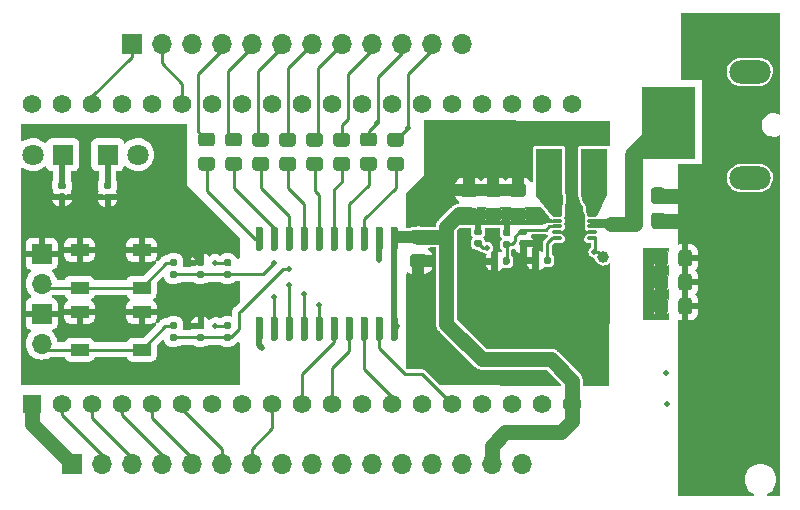
<source format=gbr>
G04 #@! TF.GenerationSoftware,KiCad,Pcbnew,5.99.0-unknown-89dcc4689~104~ubuntu20.04.1*
G04 #@! TF.CreationDate,2020-10-12T19:49:42-07:00*
G04 #@! TF.ProjectId,signal-board,7369676e-616c-42d6-926f-6172642e6b69,rev?*
G04 #@! TF.SameCoordinates,Original*
G04 #@! TF.FileFunction,Copper,L4,Bot*
G04 #@! TF.FilePolarity,Positive*
%FSLAX46Y46*%
G04 Gerber Fmt 4.6, Leading zero omitted, Abs format (unit mm)*
G04 Created by KiCad (PCBNEW 5.99.0-unknown-89dcc4689~104~ubuntu20.04.1) date 2020-10-12 19:49:42*
%MOMM*%
%LPD*%
G01*
G04 APERTURE LIST*
G04 #@! TA.AperFunction,ComponentPad*
%ADD10R,1.700000X1.700000*%
G04 #@! TD*
G04 #@! TA.AperFunction,ComponentPad*
%ADD11O,1.700000X1.700000*%
G04 #@! TD*
G04 #@! TA.AperFunction,ComponentPad*
%ADD12R,2.000000X4.000000*%
G04 #@! TD*
G04 #@! TA.AperFunction,ComponentPad*
%ADD13O,2.000000X3.300000*%
G04 #@! TD*
G04 #@! TA.AperFunction,ComponentPad*
%ADD14O,3.500000X2.000000*%
G04 #@! TD*
G04 #@! TA.AperFunction,ComponentPad*
%ADD15R,1.560000X1.560000*%
G04 #@! TD*
G04 #@! TA.AperFunction,ComponentPad*
%ADD16C,1.560000*%
G04 #@! TD*
G04 #@! TA.AperFunction,ComponentPad*
%ADD17R,1.800000X1.800000*%
G04 #@! TD*
G04 #@! TA.AperFunction,ComponentPad*
%ADD18C,1.800000*%
G04 #@! TD*
G04 #@! TA.AperFunction,SMDPad,CuDef*
%ADD19C,1.000000*%
G04 #@! TD*
G04 #@! TA.AperFunction,SMDPad,CuDef*
%ADD20R,1.550000X1.000000*%
G04 #@! TD*
G04 #@! TA.AperFunction,SMDPad,CuDef*
%ADD21R,2.200000X3.900000*%
G04 #@! TD*
G04 #@! TA.AperFunction,SMDPad,CuDef*
%ADD22R,0.280000X0.280000*%
G04 #@! TD*
G04 #@! TA.AperFunction,SMDPad,CuDef*
%ADD23O,0.850000X0.280000*%
G04 #@! TD*
G04 #@! TA.AperFunction,SMDPad,CuDef*
%ADD24R,0.250000X0.700000*%
G04 #@! TD*
G04 #@! TA.AperFunction,SMDPad,CuDef*
%ADD25R,0.230000X0.600000*%
G04 #@! TD*
G04 #@! TA.AperFunction,SMDPad,CuDef*
%ADD26R,0.650000X0.900000*%
G04 #@! TD*
G04 #@! TA.AperFunction,ComponentPad*
%ADD27C,0.600000*%
G04 #@! TD*
G04 #@! TA.AperFunction,SMDPad,CuDef*
%ADD28R,1.700000X2.150000*%
G04 #@! TD*
G04 #@! TA.AperFunction,ViaPad*
%ADD29C,0.508000*%
G04 #@! TD*
G04 #@! TA.AperFunction,Conductor*
%ADD30C,0.500000*%
G04 #@! TD*
G04 #@! TA.AperFunction,Conductor*
%ADD31C,0.254000*%
G04 #@! TD*
G04 #@! TA.AperFunction,Conductor*
%ADD32C,1.250000*%
G04 #@! TD*
G04 #@! TA.AperFunction,Conductor*
%ADD33C,1.000000*%
G04 #@! TD*
G04 #@! TA.AperFunction,Conductor*
%ADD34C,1.500000*%
G04 #@! TD*
G04 APERTURE END LIST*
D10*
G04 #@! TO.P,J4,1,Pin_1*
G04 #@! TO.N,+3V3*
X109220000Y-137160000D03*
D11*
G04 #@! TO.P,J4,2,Pin_2*
G04 #@! TO.N,/en*
X111760000Y-137160000D03*
G04 #@! TO.P,J4,3,Pin_3*
G04 #@! TO.N,/sensor_vp*
X114300000Y-137160000D03*
G04 #@! TO.P,J4,4,Pin_4*
G04 #@! TO.N,/sensor_vn*
X116840000Y-137160000D03*
G04 #@! TO.P,J4,5,Pin_5*
G04 #@! TO.N,/io34*
X119380000Y-137160000D03*
G04 #@! TO.P,J4,6,Pin_6*
G04 #@! TO.N,/io35*
X121920000Y-137160000D03*
G04 #@! TO.P,J4,7,Pin_7*
G04 #@! TO.N,/io25*
X124460000Y-137160000D03*
G04 #@! TO.P,J4,8,Pin_8*
G04 #@! TO.N,/uart_tx*
X127000000Y-137160000D03*
G04 #@! TO.P,J4,9,Pin_9*
G04 #@! TO.N,/uart_rx*
X129540000Y-137160000D03*
G04 #@! TO.P,J4,10,Pin_10*
G04 #@! TO.N,/vspi_mosi*
X132080000Y-137160000D03*
G04 #@! TO.P,J4,11,Pin_11*
G04 #@! TO.N,/vspi_miso*
X134620000Y-137160000D03*
G04 #@! TO.P,J4,12,Pin_12*
G04 #@! TO.N,/vspi_clk*
X137160000Y-137160000D03*
G04 #@! TO.P,J4,13,Pin_13*
G04 #@! TO.N,/vspi_cs*
X139700000Y-137160000D03*
G04 #@! TO.P,J4,14,Pin_14*
G04 #@! TO.N,GND*
X142240000Y-137160000D03*
G04 #@! TO.P,J4,15,Pin_15*
G04 #@! TO.N,+5V*
X144780000Y-137160000D03*
G04 #@! TO.P,J4,16,Pin_16*
G04 #@! TO.N,/3-12v*
X147320000Y-137160000D03*
G04 #@! TD*
D10*
G04 #@! TO.P,J2,1,Pin_1*
G04 #@! TO.N,/i2c_scl*
X114300000Y-101600000D03*
D11*
G04 #@! TO.P,J2,2,Pin_2*
G04 #@! TO.N,/i2c_sda*
X116840000Y-101600000D03*
G04 #@! TO.P,J2,3,Pin_3*
G04 #@! TO.N,GND*
X119380000Y-101600000D03*
G04 #@! TO.P,J2,4,Pin_4*
G04 #@! TO.N,/pixels_8*
X121920000Y-101600000D03*
G04 #@! TO.P,J2,5,Pin_5*
G04 #@! TO.N,/pixels_7*
X124460000Y-101600000D03*
G04 #@! TO.P,J2,6,Pin_6*
G04 #@! TO.N,/pixels_6*
X127000000Y-101600000D03*
G04 #@! TO.P,J2,7,Pin_7*
G04 #@! TO.N,/pixels_5*
X129540000Y-101600000D03*
G04 #@! TO.P,J2,8,Pin_8*
G04 #@! TO.N,/pixels_4*
X132080000Y-101600000D03*
G04 #@! TO.P,J2,9,Pin_9*
G04 #@! TO.N,/pixels_3*
X134620000Y-101600000D03*
G04 #@! TO.P,J2,10,Pin_10*
G04 #@! TO.N,/pixels_2*
X137160000Y-101600000D03*
G04 #@! TO.P,J2,11,Pin_11*
G04 #@! TO.N,/pixels_1*
X139700000Y-101600000D03*
G04 #@! TO.P,J2,12,Pin_12*
G04 #@! TO.N,GND*
X142240000Y-101600000D03*
G04 #@! TD*
D12*
G04 #@! TO.P,J1,1*
G04 #@! TO.N,/3-12v*
X159652200Y-108483400D03*
D13*
G04 #@! TO.P,J1,2*
G04 #@! TO.N,GND*
X165652200Y-108483400D03*
D14*
G04 #@! TO.P,J1,MP*
G04 #@! TO.N,N/C*
X166652200Y-103983400D03*
X166652200Y-112983400D03*
G04 #@! TD*
D15*
G04 #@! TO.P,U2,1,3V3*
G04 #@! TO.N,+3V3*
X105890000Y-132100000D03*
D16*
G04 #@! TO.P,U2,2,EN*
G04 #@! TO.N,/en*
X108430000Y-132100000D03*
G04 #@! TO.P,U2,3,SENSOR_VP*
G04 #@! TO.N,/sensor_vp*
X110970000Y-132100000D03*
G04 #@! TO.P,U2,4,SENSOR_VN*
G04 #@! TO.N,/sensor_vn*
X113510000Y-132100000D03*
G04 #@! TO.P,U2,5,IO34*
G04 #@! TO.N,/io34*
X116050000Y-132100000D03*
G04 #@! TO.P,U2,6,IO35*
G04 #@! TO.N,/io35*
X118590000Y-132100000D03*
G04 #@! TO.P,U2,7,IO32*
G04 #@! TO.N,Net-(U2-Pad7)*
X121130000Y-132100000D03*
G04 #@! TO.P,U2,8,IO33*
G04 #@! TO.N,Net-(U2-Pad8)*
X123670000Y-132100000D03*
G04 #@! TO.P,U2,9,IO25*
G04 #@! TO.N,/io25*
X126210000Y-132100000D03*
G04 #@! TO.P,U2,10,IO26*
G04 #@! TO.N,/level_shift_4*
X128750000Y-132100000D03*
G04 #@! TO.P,U2,11,IO27*
G04 #@! TO.N,/level_shift_3*
X131290000Y-132100000D03*
G04 #@! TO.P,U2,12,IO14*
G04 #@! TO.N,/status_led*
X133830000Y-132100000D03*
G04 #@! TO.P,U2,13,IO12*
G04 #@! TO.N,/level_shift_2*
X136370000Y-132100000D03*
G04 #@! TO.P,U2,14,GND1*
G04 #@! TO.N,GND*
X138910000Y-132100000D03*
G04 #@! TO.P,U2,15,IO13*
G04 #@! TO.N,/level_shift_1*
X141450000Y-132100000D03*
G04 #@! TO.P,U2,16,SD2*
G04 #@! TO.N,Net-(U2-Pad16)*
X143990000Y-132100000D03*
G04 #@! TO.P,U2,17,SD3*
G04 #@! TO.N,Net-(U2-Pad17)*
X146530000Y-132100000D03*
G04 #@! TO.P,U2,18,CMD*
G04 #@! TO.N,Net-(U2-Pad18)*
X149070000Y-132100000D03*
G04 #@! TO.P,U2,19,EXT_5V*
G04 #@! TO.N,+5V*
X151610000Y-132100000D03*
G04 #@! TO.P,U2,20,GND3*
G04 #@! TO.N,GND*
X105890000Y-106700000D03*
G04 #@! TO.P,U2,21,IO23*
G04 #@! TO.N,/vspi_mosi*
X108430000Y-106700000D03*
G04 #@! TO.P,U2,22,IO22*
G04 #@! TO.N,/i2c_scl*
X110970000Y-106700000D03*
G04 #@! TO.P,U2,23,TXD0*
G04 #@! TO.N,/uart_tx*
X113510000Y-106700000D03*
G04 #@! TO.P,U2,24,RXD0*
G04 #@! TO.N,/uart_rx*
X116050000Y-106700000D03*
G04 #@! TO.P,U2,25,IO21*
G04 #@! TO.N,/i2c_sda*
X118590000Y-106700000D03*
G04 #@! TO.P,U2,26,GND2*
G04 #@! TO.N,GND*
X121130000Y-106700000D03*
G04 #@! TO.P,U2,27,IO19*
G04 #@! TO.N,/vspi_miso*
X123670000Y-106700000D03*
G04 #@! TO.P,U2,28,IO18*
G04 #@! TO.N,/vspi_clk*
X126210000Y-106700000D03*
G04 #@! TO.P,U2,29,IO5*
G04 #@! TO.N,/vspi_cs*
X128750000Y-106700000D03*
G04 #@! TO.P,U2,30,IO17*
G04 #@! TO.N,/level_shift_8*
X131290000Y-106700000D03*
G04 #@! TO.P,U2,31,IO16*
G04 #@! TO.N,/level_shift_7*
X133830000Y-106700000D03*
G04 #@! TO.P,U2,32,IO4*
G04 #@! TO.N,/level_shift_6*
X136370000Y-106700000D03*
G04 #@! TO.P,U2,33,IO0*
G04 #@! TO.N,/button_2*
X138910000Y-106700000D03*
G04 #@! TO.P,U2,34,IO2*
G04 #@! TO.N,/level_shift_5*
X141450000Y-106700000D03*
G04 #@! TO.P,U2,35,IO15*
G04 #@! TO.N,/button_1*
X143990000Y-106700000D03*
G04 #@! TO.P,U2,36,SD1*
G04 #@! TO.N,Net-(U2-Pad36)*
X146530000Y-106700000D03*
G04 #@! TO.P,U2,37,SD0*
G04 #@! TO.N,Net-(U2-Pad37)*
X149070000Y-106700000D03*
G04 #@! TO.P,U2,38,CLK*
G04 #@! TO.N,Net-(U2-Pad38)*
X151610000Y-106700000D03*
G04 #@! TD*
G04 #@! TO.P,R4,1*
G04 #@! TO.N,Net-(J5-Pad2)*
G04 #@! TA.AperFunction,SMDPad,CuDef*
G36*
G01*
X117683500Y-125195000D02*
X118028500Y-125195000D01*
G75*
G02*
X118176000Y-125342500I0J-147500D01*
G01*
X118176000Y-125637500D01*
G75*
G02*
X118028500Y-125785000I-147500J0D01*
G01*
X117683500Y-125785000D01*
G75*
G02*
X117536000Y-125637500I0J147500D01*
G01*
X117536000Y-125342500D01*
G75*
G02*
X117683500Y-125195000I147500J0D01*
G01*
G37*
G04 #@! TD.AperFunction*
G04 #@! TO.P,R4,2*
G04 #@! TO.N,/button_1*
G04 #@! TA.AperFunction,SMDPad,CuDef*
G36*
G01*
X117683500Y-126165000D02*
X118028500Y-126165000D01*
G75*
G02*
X118176000Y-126312500I0J-147500D01*
G01*
X118176000Y-126607500D01*
G75*
G02*
X118028500Y-126755000I-147500J0D01*
G01*
X117683500Y-126755000D01*
G75*
G02*
X117536000Y-126607500I0J147500D01*
G01*
X117536000Y-126312500D01*
G75*
G02*
X117683500Y-126165000I147500J0D01*
G01*
G37*
G04 #@! TD.AperFunction*
G04 #@! TD*
G04 #@! TO.P,R2,1*
G04 #@! TO.N,Net-(C4-Pad1)*
G04 #@! TA.AperFunction,SMDPad,CuDef*
G36*
G01*
X147274500Y-117253800D02*
X147619500Y-117253800D01*
G75*
G02*
X147767000Y-117401300I0J-147500D01*
G01*
X147767000Y-117696300D01*
G75*
G02*
X147619500Y-117843800I-147500J0D01*
G01*
X147274500Y-117843800D01*
G75*
G02*
X147127000Y-117696300I0J147500D01*
G01*
X147127000Y-117401300D01*
G75*
G02*
X147274500Y-117253800I147500J0D01*
G01*
G37*
G04 #@! TD.AperFunction*
G04 #@! TO.P,R2,2*
G04 #@! TO.N,GND*
G04 #@! TA.AperFunction,SMDPad,CuDef*
G36*
G01*
X147274500Y-118223800D02*
X147619500Y-118223800D01*
G75*
G02*
X147767000Y-118371300I0J-147500D01*
G01*
X147767000Y-118666300D01*
G75*
G02*
X147619500Y-118813800I-147500J0D01*
G01*
X147274500Y-118813800D01*
G75*
G02*
X147127000Y-118666300I0J147500D01*
G01*
X147127000Y-118371300D01*
G75*
G02*
X147274500Y-118223800I147500J0D01*
G01*
G37*
G04 #@! TD.AperFunction*
G04 #@! TD*
D17*
G04 #@! TO.P,D2,1,K*
G04 #@! TO.N,Net-(D2-Pad1)*
X112268000Y-110998000D03*
D18*
G04 #@! TO.P,D2,2,A*
G04 #@! TO.N,/status_led*
X114808000Y-110998000D03*
G04 #@! TD*
D19*
G04 #@! TO.P,TP1,1,1*
G04 #@! TO.N,Net-(R3-Pad2)*
X154228800Y-119634000D03*
G04 #@! TD*
G04 #@! TO.P,R12,1*
G04 #@! TO.N,Net-(IC1-Pad16)*
G04 #@! TA.AperFunction,SMDPad,CuDef*
G36*
G01*
X132530000Y-112362000D02*
X131630000Y-112362000D01*
G75*
G02*
X131380000Y-112112000I0J250000D01*
G01*
X131380000Y-111462000D01*
G75*
G02*
X131630000Y-111212000I250000J0D01*
G01*
X132530000Y-111212000D01*
G75*
G02*
X132780000Y-111462000I0J-250000D01*
G01*
X132780000Y-112112000D01*
G75*
G02*
X132530000Y-112362000I-250000J0D01*
G01*
G37*
G04 #@! TD.AperFunction*
G04 #@! TO.P,R12,2*
G04 #@! TO.N,/pixels_3*
G04 #@! TA.AperFunction,SMDPad,CuDef*
G36*
G01*
X132530000Y-110312000D02*
X131630000Y-110312000D01*
G75*
G02*
X131380000Y-110062000I0J250000D01*
G01*
X131380000Y-109412000D01*
G75*
G02*
X131630000Y-109162000I250000J0D01*
G01*
X132530000Y-109162000D01*
G75*
G02*
X132780000Y-109412000I0J-250000D01*
G01*
X132780000Y-110062000D01*
G75*
G02*
X132530000Y-110312000I-250000J0D01*
G01*
G37*
G04 #@! TD.AperFunction*
G04 #@! TD*
G04 #@! TO.P,C1,1*
G04 #@! TO.N,/3-12v*
G04 #@! TA.AperFunction,SMDPad,CuDef*
G36*
G01*
X156235600Y-114927800D02*
X156235600Y-114027800D01*
G75*
G02*
X156485600Y-113777800I250000J0D01*
G01*
X157135600Y-113777800D01*
G75*
G02*
X157385600Y-114027800I0J-250000D01*
G01*
X157385600Y-114927800D01*
G75*
G02*
X157135600Y-115177800I-250000J0D01*
G01*
X156485600Y-115177800D01*
G75*
G02*
X156235600Y-114927800I0J250000D01*
G01*
G37*
G04 #@! TD.AperFunction*
G04 #@! TO.P,C1,2*
G04 #@! TO.N,GND*
G04 #@! TA.AperFunction,SMDPad,CuDef*
G36*
G01*
X158285600Y-114927800D02*
X158285600Y-114027800D01*
G75*
G02*
X158535600Y-113777800I250000J0D01*
G01*
X159185600Y-113777800D01*
G75*
G02*
X159435600Y-114027800I0J-250000D01*
G01*
X159435600Y-114927800D01*
G75*
G02*
X159185600Y-115177800I-250000J0D01*
G01*
X158535600Y-115177800D01*
G75*
G02*
X158285600Y-114927800I0J250000D01*
G01*
G37*
G04 #@! TD.AperFunction*
G04 #@! TD*
G04 #@! TO.P,C6,1*
G04 #@! TO.N,+5V*
G04 #@! TA.AperFunction,SMDPad,CuDef*
G36*
G01*
X145382400Y-116636600D02*
X144482400Y-116636600D01*
G75*
G02*
X144232400Y-116386600I0J250000D01*
G01*
X144232400Y-115736600D01*
G75*
G02*
X144482400Y-115486600I250000J0D01*
G01*
X145382400Y-115486600D01*
G75*
G02*
X145632400Y-115736600I0J-250000D01*
G01*
X145632400Y-116386600D01*
G75*
G02*
X145382400Y-116636600I-250000J0D01*
G01*
G37*
G04 #@! TD.AperFunction*
G04 #@! TO.P,C6,2*
G04 #@! TO.N,GND*
G04 #@! TA.AperFunction,SMDPad,CuDef*
G36*
G01*
X145382400Y-114586600D02*
X144482400Y-114586600D01*
G75*
G02*
X144232400Y-114336600I0J250000D01*
G01*
X144232400Y-113686600D01*
G75*
G02*
X144482400Y-113436600I250000J0D01*
G01*
X145382400Y-113436600D01*
G75*
G02*
X145632400Y-113686600I0J-250000D01*
G01*
X145632400Y-114336600D01*
G75*
G02*
X145382400Y-114586600I-250000J0D01*
G01*
G37*
G04 #@! TD.AperFunction*
G04 #@! TD*
G04 #@! TO.P,R8,1*
G04 #@! TO.N,Net-(D1-Pad1)*
G04 #@! TA.AperFunction,SMDPad,CuDef*
G36*
G01*
X108234700Y-113316800D02*
X108579700Y-113316800D01*
G75*
G02*
X108727200Y-113464300I0J-147500D01*
G01*
X108727200Y-113759300D01*
G75*
G02*
X108579700Y-113906800I-147500J0D01*
G01*
X108234700Y-113906800D01*
G75*
G02*
X108087200Y-113759300I0J147500D01*
G01*
X108087200Y-113464300D01*
G75*
G02*
X108234700Y-113316800I147500J0D01*
G01*
G37*
G04 #@! TD.AperFunction*
G04 #@! TO.P,R8,2*
G04 #@! TO.N,GND*
G04 #@! TA.AperFunction,SMDPad,CuDef*
G36*
G01*
X108234700Y-114286800D02*
X108579700Y-114286800D01*
G75*
G02*
X108727200Y-114434300I0J-147500D01*
G01*
X108727200Y-114729300D01*
G75*
G02*
X108579700Y-114876800I-147500J0D01*
G01*
X108234700Y-114876800D01*
G75*
G02*
X108087200Y-114729300I0J147500D01*
G01*
X108087200Y-114434300D01*
G75*
G02*
X108234700Y-114286800I147500J0D01*
G01*
G37*
G04 #@! TD.AperFunction*
G04 #@! TD*
G04 #@! TO.P,R10,1*
G04 #@! TO.N,Net-(IC1-Pad18)*
G04 #@! TA.AperFunction,SMDPad,CuDef*
G36*
G01*
X137102000Y-112362000D02*
X136202000Y-112362000D01*
G75*
G02*
X135952000Y-112112000I0J250000D01*
G01*
X135952000Y-111462000D01*
G75*
G02*
X136202000Y-111212000I250000J0D01*
G01*
X137102000Y-111212000D01*
G75*
G02*
X137352000Y-111462000I0J-250000D01*
G01*
X137352000Y-112112000D01*
G75*
G02*
X137102000Y-112362000I-250000J0D01*
G01*
G37*
G04 #@! TD.AperFunction*
G04 #@! TO.P,R10,2*
G04 #@! TO.N,/pixels_1*
G04 #@! TA.AperFunction,SMDPad,CuDef*
G36*
G01*
X137102000Y-110312000D02*
X136202000Y-110312000D01*
G75*
G02*
X135952000Y-110062000I0J250000D01*
G01*
X135952000Y-109412000D01*
G75*
G02*
X136202000Y-109162000I250000J0D01*
G01*
X137102000Y-109162000D01*
G75*
G02*
X137352000Y-109412000I0J-250000D01*
G01*
X137352000Y-110062000D01*
G75*
G02*
X137102000Y-110312000I-250000J0D01*
G01*
G37*
G04 #@! TD.AperFunction*
G04 #@! TD*
G04 #@! TO.P,C2,1*
G04 #@! TO.N,/3-12v*
G04 #@! TA.AperFunction,SMDPad,CuDef*
G36*
G01*
X156264000Y-117061400D02*
X156264000Y-116161400D01*
G75*
G02*
X156514000Y-115911400I250000J0D01*
G01*
X157164000Y-115911400D01*
G75*
G02*
X157414000Y-116161400I0J-250000D01*
G01*
X157414000Y-117061400D01*
G75*
G02*
X157164000Y-117311400I-250000J0D01*
G01*
X156514000Y-117311400D01*
G75*
G02*
X156264000Y-117061400I0J250000D01*
G01*
G37*
G04 #@! TD.AperFunction*
G04 #@! TO.P,C2,2*
G04 #@! TO.N,GND*
G04 #@! TA.AperFunction,SMDPad,CuDef*
G36*
G01*
X158314000Y-117061400D02*
X158314000Y-116161400D01*
G75*
G02*
X158564000Y-115911400I250000J0D01*
G01*
X159214000Y-115911400D01*
G75*
G02*
X159464000Y-116161400I0J-250000D01*
G01*
X159464000Y-117061400D01*
G75*
G02*
X159214000Y-117311400I-250000J0D01*
G01*
X158564000Y-117311400D01*
G75*
G02*
X158314000Y-117061400I0J250000D01*
G01*
G37*
G04 #@! TD.AperFunction*
G04 #@! TD*
G04 #@! TO.P,C13,1*
G04 #@! TO.N,/3-12v*
G04 #@! TA.AperFunction,SMDPad,CuDef*
G36*
G01*
X158547000Y-124275000D02*
X158547000Y-123375000D01*
G75*
G02*
X158797000Y-123125000I250000J0D01*
G01*
X159447000Y-123125000D01*
G75*
G02*
X159697000Y-123375000I0J-250000D01*
G01*
X159697000Y-124275000D01*
G75*
G02*
X159447000Y-124525000I-250000J0D01*
G01*
X158797000Y-124525000D01*
G75*
G02*
X158547000Y-124275000I0J250000D01*
G01*
G37*
G04 #@! TD.AperFunction*
G04 #@! TO.P,C13,2*
G04 #@! TO.N,GND*
G04 #@! TA.AperFunction,SMDPad,CuDef*
G36*
G01*
X160597000Y-124275000D02*
X160597000Y-123375000D01*
G75*
G02*
X160847000Y-123125000I250000J0D01*
G01*
X161497000Y-123125000D01*
G75*
G02*
X161747000Y-123375000I0J-250000D01*
G01*
X161747000Y-124275000D01*
G75*
G02*
X161497000Y-124525000I-250000J0D01*
G01*
X160847000Y-124525000D01*
G75*
G02*
X160597000Y-124275000I0J250000D01*
G01*
G37*
G04 #@! TD.AperFunction*
G04 #@! TD*
G04 #@! TO.P,R7,1*
G04 #@! TO.N,+3V3*
G04 #@! TA.AperFunction,SMDPad,CuDef*
G36*
G01*
X122255500Y-119870000D02*
X122600500Y-119870000D01*
G75*
G02*
X122748000Y-120017500I0J-147500D01*
G01*
X122748000Y-120312500D01*
G75*
G02*
X122600500Y-120460000I-147500J0D01*
G01*
X122255500Y-120460000D01*
G75*
G02*
X122108000Y-120312500I0J147500D01*
G01*
X122108000Y-120017500D01*
G75*
G02*
X122255500Y-119870000I147500J0D01*
G01*
G37*
G04 #@! TD.AperFunction*
G04 #@! TO.P,R7,2*
G04 #@! TO.N,/button_2*
G04 #@! TA.AperFunction,SMDPad,CuDef*
G36*
G01*
X122255500Y-120840000D02*
X122600500Y-120840000D01*
G75*
G02*
X122748000Y-120987500I0J-147500D01*
G01*
X122748000Y-121282500D01*
G75*
G02*
X122600500Y-121430000I-147500J0D01*
G01*
X122255500Y-121430000D01*
G75*
G02*
X122108000Y-121282500I0J147500D01*
G01*
X122108000Y-120987500D01*
G75*
G02*
X122255500Y-120840000I147500J0D01*
G01*
G37*
G04 #@! TD.AperFunction*
G04 #@! TD*
G04 #@! TO.P,R6,1*
G04 #@! TO.N,Net-(J6-Pad2)*
G04 #@! TA.AperFunction,SMDPad,CuDef*
G36*
G01*
X117683500Y-119861000D02*
X118028500Y-119861000D01*
G75*
G02*
X118176000Y-120008500I0J-147500D01*
G01*
X118176000Y-120303500D01*
G75*
G02*
X118028500Y-120451000I-147500J0D01*
G01*
X117683500Y-120451000D01*
G75*
G02*
X117536000Y-120303500I0J147500D01*
G01*
X117536000Y-120008500D01*
G75*
G02*
X117683500Y-119861000I147500J0D01*
G01*
G37*
G04 #@! TD.AperFunction*
G04 #@! TO.P,R6,2*
G04 #@! TO.N,/button_2*
G04 #@! TA.AperFunction,SMDPad,CuDef*
G36*
G01*
X117683500Y-120831000D02*
X118028500Y-120831000D01*
G75*
G02*
X118176000Y-120978500I0J-147500D01*
G01*
X118176000Y-121273500D01*
G75*
G02*
X118028500Y-121421000I-147500J0D01*
G01*
X117683500Y-121421000D01*
G75*
G02*
X117536000Y-121273500I0J147500D01*
G01*
X117536000Y-120978500D01*
G75*
G02*
X117683500Y-120831000I147500J0D01*
G01*
G37*
G04 #@! TD.AperFunction*
G04 #@! TD*
D20*
G04 #@! TO.P,SW1,1,A*
G04 #@! TO.N,GND*
X115147000Y-124308000D03*
G04 #@! TO.P,SW1,2,A*
X109897000Y-124308000D03*
G04 #@! TO.P,SW1,3,B*
G04 #@! TO.N,Net-(J5-Pad2)*
X115147000Y-127508000D03*
G04 #@! TO.P,SW1,4,B*
X109897000Y-127508000D03*
G04 #@! TD*
G04 #@! TO.P,C5,1*
G04 #@! TO.N,+5V*
G04 #@! TA.AperFunction,SMDPad,CuDef*
G36*
G01*
X143325000Y-116636600D02*
X142425000Y-116636600D01*
G75*
G02*
X142175000Y-116386600I0J250000D01*
G01*
X142175000Y-115736600D01*
G75*
G02*
X142425000Y-115486600I250000J0D01*
G01*
X143325000Y-115486600D01*
G75*
G02*
X143575000Y-115736600I0J-250000D01*
G01*
X143575000Y-116386600D01*
G75*
G02*
X143325000Y-116636600I-250000J0D01*
G01*
G37*
G04 #@! TD.AperFunction*
G04 #@! TO.P,C5,2*
G04 #@! TO.N,GND*
G04 #@! TA.AperFunction,SMDPad,CuDef*
G36*
G01*
X143325000Y-114586600D02*
X142425000Y-114586600D01*
G75*
G02*
X142175000Y-114336600I0J250000D01*
G01*
X142175000Y-113686600D01*
G75*
G02*
X142425000Y-113436600I250000J0D01*
G01*
X143325000Y-113436600D01*
G75*
G02*
X143575000Y-113686600I0J-250000D01*
G01*
X143575000Y-114336600D01*
G75*
G02*
X143325000Y-114586600I-250000J0D01*
G01*
G37*
G04 #@! TD.AperFunction*
G04 #@! TD*
G04 #@! TO.P,R16,1*
G04 #@! TO.N,Net-(IC1-Pad12)*
G04 #@! TA.AperFunction,SMDPad,CuDef*
G36*
G01*
X123386000Y-112353000D02*
X122486000Y-112353000D01*
G75*
G02*
X122236000Y-112103000I0J250000D01*
G01*
X122236000Y-111453000D01*
G75*
G02*
X122486000Y-111203000I250000J0D01*
G01*
X123386000Y-111203000D01*
G75*
G02*
X123636000Y-111453000I0J-250000D01*
G01*
X123636000Y-112103000D01*
G75*
G02*
X123386000Y-112353000I-250000J0D01*
G01*
G37*
G04 #@! TD.AperFunction*
G04 #@! TO.P,R16,2*
G04 #@! TO.N,/pixels_7*
G04 #@! TA.AperFunction,SMDPad,CuDef*
G36*
G01*
X123386000Y-110303000D02*
X122486000Y-110303000D01*
G75*
G02*
X122236000Y-110053000I0J250000D01*
G01*
X122236000Y-109403000D01*
G75*
G02*
X122486000Y-109153000I250000J0D01*
G01*
X123386000Y-109153000D01*
G75*
G02*
X123636000Y-109403000I0J-250000D01*
G01*
X123636000Y-110053000D01*
G75*
G02*
X123386000Y-110303000I-250000J0D01*
G01*
G37*
G04 #@! TD.AperFunction*
G04 #@! TD*
D17*
G04 #@! TO.P,D1,1,K*
G04 #@! TO.N,Net-(D1-Pad1)*
X108458000Y-110998000D03*
D18*
G04 #@! TO.P,D1,2,A*
G04 #@! TO.N,+3V3*
X105918000Y-110998000D03*
G04 #@! TD*
G04 #@! TO.P,C9,1*
G04 #@! TO.N,/button_2*
G04 #@! TA.AperFunction,SMDPad,CuDef*
G36*
G01*
X120314500Y-121421000D02*
X119969500Y-121421000D01*
G75*
G02*
X119822000Y-121273500I0J147500D01*
G01*
X119822000Y-120978500D01*
G75*
G02*
X119969500Y-120831000I147500J0D01*
G01*
X120314500Y-120831000D01*
G75*
G02*
X120462000Y-120978500I0J-147500D01*
G01*
X120462000Y-121273500D01*
G75*
G02*
X120314500Y-121421000I-147500J0D01*
G01*
G37*
G04 #@! TD.AperFunction*
G04 #@! TO.P,C9,2*
G04 #@! TO.N,GND*
G04 #@! TA.AperFunction,SMDPad,CuDef*
G36*
G01*
X120314500Y-120451000D02*
X119969500Y-120451000D01*
G75*
G02*
X119822000Y-120303500I0J147500D01*
G01*
X119822000Y-120008500D01*
G75*
G02*
X119969500Y-119861000I147500J0D01*
G01*
X120314500Y-119861000D01*
G75*
G02*
X120462000Y-120008500I0J-147500D01*
G01*
X120462000Y-120303500D01*
G75*
G02*
X120314500Y-120451000I-147500J0D01*
G01*
G37*
G04 #@! TD.AperFunction*
G04 #@! TD*
G04 #@! TO.P,C8,1*
G04 #@! TO.N,/button_1*
G04 #@! TA.AperFunction,SMDPad,CuDef*
G36*
G01*
X120314500Y-126764000D02*
X119969500Y-126764000D01*
G75*
G02*
X119822000Y-126616500I0J147500D01*
G01*
X119822000Y-126321500D01*
G75*
G02*
X119969500Y-126174000I147500J0D01*
G01*
X120314500Y-126174000D01*
G75*
G02*
X120462000Y-126321500I0J-147500D01*
G01*
X120462000Y-126616500D01*
G75*
G02*
X120314500Y-126764000I-147500J0D01*
G01*
G37*
G04 #@! TD.AperFunction*
G04 #@! TO.P,C8,2*
G04 #@! TO.N,GND*
G04 #@! TA.AperFunction,SMDPad,CuDef*
G36*
G01*
X120314500Y-125794000D02*
X119969500Y-125794000D01*
G75*
G02*
X119822000Y-125646500I0J147500D01*
G01*
X119822000Y-125351500D01*
G75*
G02*
X119969500Y-125204000I147500J0D01*
G01*
X120314500Y-125204000D01*
G75*
G02*
X120462000Y-125351500I0J-147500D01*
G01*
X120462000Y-125646500D01*
G75*
G02*
X120314500Y-125794000I-147500J0D01*
G01*
G37*
G04 #@! TD.AperFunction*
G04 #@! TD*
G04 #@! TO.P,C7,1*
G04 #@! TO.N,+5V*
G04 #@! TA.AperFunction,SMDPad,CuDef*
G36*
G01*
X147439800Y-116636600D02*
X146539800Y-116636600D01*
G75*
G02*
X146289800Y-116386600I0J250000D01*
G01*
X146289800Y-115736600D01*
G75*
G02*
X146539800Y-115486600I250000J0D01*
G01*
X147439800Y-115486600D01*
G75*
G02*
X147689800Y-115736600I0J-250000D01*
G01*
X147689800Y-116386600D01*
G75*
G02*
X147439800Y-116636600I-250000J0D01*
G01*
G37*
G04 #@! TD.AperFunction*
G04 #@! TO.P,C7,2*
G04 #@! TO.N,GND*
G04 #@! TA.AperFunction,SMDPad,CuDef*
G36*
G01*
X147439800Y-114586600D02*
X146539800Y-114586600D01*
G75*
G02*
X146289800Y-114336600I0J250000D01*
G01*
X146289800Y-113686600D01*
G75*
G02*
X146539800Y-113436600I250000J0D01*
G01*
X147439800Y-113436600D01*
G75*
G02*
X147689800Y-113686600I0J-250000D01*
G01*
X147689800Y-114336600D01*
G75*
G02*
X147439800Y-114586600I-250000J0D01*
G01*
G37*
G04 #@! TD.AperFunction*
G04 #@! TD*
G04 #@! TO.P,R15,1*
G04 #@! TO.N,Net-(IC1-Pad13)*
G04 #@! TA.AperFunction,SMDPad,CuDef*
G36*
G01*
X125672000Y-112362000D02*
X124772000Y-112362000D01*
G75*
G02*
X124522000Y-112112000I0J250000D01*
G01*
X124522000Y-111462000D01*
G75*
G02*
X124772000Y-111212000I250000J0D01*
G01*
X125672000Y-111212000D01*
G75*
G02*
X125922000Y-111462000I0J-250000D01*
G01*
X125922000Y-112112000D01*
G75*
G02*
X125672000Y-112362000I-250000J0D01*
G01*
G37*
G04 #@! TD.AperFunction*
G04 #@! TO.P,R15,2*
G04 #@! TO.N,/pixels_6*
G04 #@! TA.AperFunction,SMDPad,CuDef*
G36*
G01*
X125672000Y-110312000D02*
X124772000Y-110312000D01*
G75*
G02*
X124522000Y-110062000I0J250000D01*
G01*
X124522000Y-109412000D01*
G75*
G02*
X124772000Y-109162000I250000J0D01*
G01*
X125672000Y-109162000D01*
G75*
G02*
X125922000Y-109412000I0J-250000D01*
G01*
X125922000Y-110062000D01*
G75*
G02*
X125672000Y-110312000I-250000J0D01*
G01*
G37*
G04 #@! TD.AperFunction*
G04 #@! TD*
G04 #@! TO.P,R5,1*
G04 #@! TO.N,+3V3*
G04 #@! TA.AperFunction,SMDPad,CuDef*
G36*
G01*
X122255500Y-125195000D02*
X122600500Y-125195000D01*
G75*
G02*
X122748000Y-125342500I0J-147500D01*
G01*
X122748000Y-125637500D01*
G75*
G02*
X122600500Y-125785000I-147500J0D01*
G01*
X122255500Y-125785000D01*
G75*
G02*
X122108000Y-125637500I0J147500D01*
G01*
X122108000Y-125342500D01*
G75*
G02*
X122255500Y-125195000I147500J0D01*
G01*
G37*
G04 #@! TD.AperFunction*
G04 #@! TO.P,R5,2*
G04 #@! TO.N,/button_1*
G04 #@! TA.AperFunction,SMDPad,CuDef*
G36*
G01*
X122255500Y-126165000D02*
X122600500Y-126165000D01*
G75*
G02*
X122748000Y-126312500I0J-147500D01*
G01*
X122748000Y-126607500D01*
G75*
G02*
X122600500Y-126755000I-147500J0D01*
G01*
X122255500Y-126755000D01*
G75*
G02*
X122108000Y-126607500I0J147500D01*
G01*
X122108000Y-126312500D01*
G75*
G02*
X122255500Y-126165000I147500J0D01*
G01*
G37*
G04 #@! TD.AperFunction*
G04 #@! TD*
D20*
G04 #@! TO.P,SW2,1,A*
G04 #@! TO.N,GND*
X115147000Y-119050000D03*
G04 #@! TO.P,SW2,2,A*
X109897000Y-119050000D03*
G04 #@! TO.P,SW2,3,B*
G04 #@! TO.N,Net-(J6-Pad2)*
X115147000Y-122250000D03*
G04 #@! TO.P,SW2,4,B*
X109897000Y-122250000D03*
G04 #@! TD*
G04 #@! TO.P,C10,1*
G04 #@! TO.N,+5V*
G04 #@! TA.AperFunction,SMDPad,CuDef*
G36*
G01*
X138132400Y-117373600D02*
X139032400Y-117373600D01*
G75*
G02*
X139282400Y-117623600I0J-250000D01*
G01*
X139282400Y-118273600D01*
G75*
G02*
X139032400Y-118523600I-250000J0D01*
G01*
X138132400Y-118523600D01*
G75*
G02*
X137882400Y-118273600I0J250000D01*
G01*
X137882400Y-117623600D01*
G75*
G02*
X138132400Y-117373600I250000J0D01*
G01*
G37*
G04 #@! TD.AperFunction*
G04 #@! TO.P,C10,2*
G04 #@! TO.N,GND*
G04 #@! TA.AperFunction,SMDPad,CuDef*
G36*
G01*
X138132400Y-119423600D02*
X139032400Y-119423600D01*
G75*
G02*
X139282400Y-119673600I0J-250000D01*
G01*
X139282400Y-120323600D01*
G75*
G02*
X139032400Y-120573600I-250000J0D01*
G01*
X138132400Y-120573600D01*
G75*
G02*
X137882400Y-120323600I0J250000D01*
G01*
X137882400Y-119673600D01*
G75*
G02*
X138132400Y-119423600I250000J0D01*
G01*
G37*
G04 #@! TD.AperFunction*
G04 #@! TD*
G04 #@! TO.P,C3,1*
G04 #@! TO.N,Net-(C3-Pad1)*
G04 #@! TA.AperFunction,SMDPad,CuDef*
G36*
G01*
X149801800Y-119766300D02*
X149801800Y-120111300D01*
G75*
G02*
X149654300Y-120258800I-147500J0D01*
G01*
X149359300Y-120258800D01*
G75*
G02*
X149211800Y-120111300I0J147500D01*
G01*
X149211800Y-119766300D01*
G75*
G02*
X149359300Y-119618800I147500J0D01*
G01*
X149654300Y-119618800D01*
G75*
G02*
X149801800Y-119766300I0J-147500D01*
G01*
G37*
G04 #@! TD.AperFunction*
G04 #@! TO.P,C3,2*
G04 #@! TO.N,GND*
G04 #@! TA.AperFunction,SMDPad,CuDef*
G36*
G01*
X148831800Y-119766300D02*
X148831800Y-120111300D01*
G75*
G02*
X148684300Y-120258800I-147500J0D01*
G01*
X148389300Y-120258800D01*
G75*
G02*
X148241800Y-120111300I0J147500D01*
G01*
X148241800Y-119766300D01*
G75*
G02*
X148389300Y-119618800I147500J0D01*
G01*
X148684300Y-119618800D01*
G75*
G02*
X148831800Y-119766300I0J-147500D01*
G01*
G37*
G04 #@! TD.AperFunction*
G04 #@! TD*
G04 #@! TO.P,R13,1*
G04 #@! TO.N,Net-(IC1-Pad15)*
G04 #@! TA.AperFunction,SMDPad,CuDef*
G36*
G01*
X130244000Y-112362000D02*
X129344000Y-112362000D01*
G75*
G02*
X129094000Y-112112000I0J250000D01*
G01*
X129094000Y-111462000D01*
G75*
G02*
X129344000Y-111212000I250000J0D01*
G01*
X130244000Y-111212000D01*
G75*
G02*
X130494000Y-111462000I0J-250000D01*
G01*
X130494000Y-112112000D01*
G75*
G02*
X130244000Y-112362000I-250000J0D01*
G01*
G37*
G04 #@! TD.AperFunction*
G04 #@! TO.P,R13,2*
G04 #@! TO.N,/pixels_4*
G04 #@! TA.AperFunction,SMDPad,CuDef*
G36*
G01*
X130244000Y-110312000D02*
X129344000Y-110312000D01*
G75*
G02*
X129094000Y-110062000I0J250000D01*
G01*
X129094000Y-109412000D01*
G75*
G02*
X129344000Y-109162000I250000J0D01*
G01*
X130244000Y-109162000D01*
G75*
G02*
X130494000Y-109412000I0J-250000D01*
G01*
X130494000Y-110062000D01*
G75*
G02*
X130244000Y-110312000I-250000J0D01*
G01*
G37*
G04 #@! TD.AperFunction*
G04 #@! TD*
D21*
G04 #@! TO.P,L1,1,1*
G04 #@! TO.N,/L1PA*
X153464000Y-112431500D03*
G04 #@! TO.P,L1,2,2*
G04 #@! TO.N,/L1PB*
X149664000Y-112431500D03*
G04 #@! TD*
G04 #@! TO.P,C11,1*
G04 #@! TO.N,/3-12v*
G04 #@! TA.AperFunction,SMDPad,CuDef*
G36*
G01*
X158547000Y-120211000D02*
X158547000Y-119311000D01*
G75*
G02*
X158797000Y-119061000I250000J0D01*
G01*
X159447000Y-119061000D01*
G75*
G02*
X159697000Y-119311000I0J-250000D01*
G01*
X159697000Y-120211000D01*
G75*
G02*
X159447000Y-120461000I-250000J0D01*
G01*
X158797000Y-120461000D01*
G75*
G02*
X158547000Y-120211000I0J250000D01*
G01*
G37*
G04 #@! TD.AperFunction*
G04 #@! TO.P,C11,2*
G04 #@! TO.N,GND*
G04 #@! TA.AperFunction,SMDPad,CuDef*
G36*
G01*
X160597000Y-120211000D02*
X160597000Y-119311000D01*
G75*
G02*
X160847000Y-119061000I250000J0D01*
G01*
X161497000Y-119061000D01*
G75*
G02*
X161747000Y-119311000I0J-250000D01*
G01*
X161747000Y-120211000D01*
G75*
G02*
X161497000Y-120461000I-250000J0D01*
G01*
X160847000Y-120461000D01*
G75*
G02*
X160597000Y-120211000I0J250000D01*
G01*
G37*
G04 #@! TD.AperFunction*
G04 #@! TD*
G04 #@! TO.P,R17,1*
G04 #@! TO.N,Net-(IC1-Pad11)*
G04 #@! TA.AperFunction,SMDPad,CuDef*
G36*
G01*
X121100000Y-112344000D02*
X120200000Y-112344000D01*
G75*
G02*
X119950000Y-112094000I0J250000D01*
G01*
X119950000Y-111444000D01*
G75*
G02*
X120200000Y-111194000I250000J0D01*
G01*
X121100000Y-111194000D01*
G75*
G02*
X121350000Y-111444000I0J-250000D01*
G01*
X121350000Y-112094000D01*
G75*
G02*
X121100000Y-112344000I-250000J0D01*
G01*
G37*
G04 #@! TD.AperFunction*
G04 #@! TO.P,R17,2*
G04 #@! TO.N,/pixels_8*
G04 #@! TA.AperFunction,SMDPad,CuDef*
G36*
G01*
X121100000Y-110294000D02*
X120200000Y-110294000D01*
G75*
G02*
X119950000Y-110044000I0J250000D01*
G01*
X119950000Y-109394000D01*
G75*
G02*
X120200000Y-109144000I250000J0D01*
G01*
X121100000Y-109144000D01*
G75*
G02*
X121350000Y-109394000I0J-250000D01*
G01*
X121350000Y-110044000D01*
G75*
G02*
X121100000Y-110294000I-250000J0D01*
G01*
G37*
G04 #@! TD.AperFunction*
G04 #@! TD*
G04 #@! TO.P,R3,1*
G04 #@! TO.N,+5V*
G04 #@! TA.AperFunction,SMDPad,CuDef*
G36*
G01*
X143464500Y-117228400D02*
X143809500Y-117228400D01*
G75*
G02*
X143957000Y-117375900I0J-147500D01*
G01*
X143957000Y-117670900D01*
G75*
G02*
X143809500Y-117818400I-147500J0D01*
G01*
X143464500Y-117818400D01*
G75*
G02*
X143317000Y-117670900I0J147500D01*
G01*
X143317000Y-117375900D01*
G75*
G02*
X143464500Y-117228400I147500J0D01*
G01*
G37*
G04 #@! TD.AperFunction*
G04 #@! TO.P,R3,2*
G04 #@! TO.N,Net-(R3-Pad2)*
G04 #@! TA.AperFunction,SMDPad,CuDef*
G36*
G01*
X143464500Y-118198400D02*
X143809500Y-118198400D01*
G75*
G02*
X143957000Y-118345900I0J-147500D01*
G01*
X143957000Y-118640900D01*
G75*
G02*
X143809500Y-118788400I-147500J0D01*
G01*
X143464500Y-118788400D01*
G75*
G02*
X143317000Y-118640900I0J147500D01*
G01*
X143317000Y-118345900D01*
G75*
G02*
X143464500Y-118198400I147500J0D01*
G01*
G37*
G04 #@! TD.AperFunction*
G04 #@! TD*
G04 #@! TO.P,R1,1*
G04 #@! TO.N,+5V*
G04 #@! TA.AperFunction,SMDPad,CuDef*
G36*
G01*
X145877500Y-117330000D02*
X146222500Y-117330000D01*
G75*
G02*
X146370000Y-117477500I0J-147500D01*
G01*
X146370000Y-117772500D01*
G75*
G02*
X146222500Y-117920000I-147500J0D01*
G01*
X145877500Y-117920000D01*
G75*
G02*
X145730000Y-117772500I0J147500D01*
G01*
X145730000Y-117477500D01*
G75*
G02*
X145877500Y-117330000I147500J0D01*
G01*
G37*
G04 #@! TD.AperFunction*
G04 #@! TO.P,R1,2*
G04 #@! TO.N,Net-(C4-Pad1)*
G04 #@! TA.AperFunction,SMDPad,CuDef*
G36*
G01*
X145877500Y-118300000D02*
X146222500Y-118300000D01*
G75*
G02*
X146370000Y-118447500I0J-147500D01*
G01*
X146370000Y-118742500D01*
G75*
G02*
X146222500Y-118890000I-147500J0D01*
G01*
X145877500Y-118890000D01*
G75*
G02*
X145730000Y-118742500I0J147500D01*
G01*
X145730000Y-118447500D01*
G75*
G02*
X145877500Y-118300000I147500J0D01*
G01*
G37*
G04 #@! TD.AperFunction*
G04 #@! TD*
G04 #@! TO.P,C12,1*
G04 #@! TO.N,/3-12v*
G04 #@! TA.AperFunction,SMDPad,CuDef*
G36*
G01*
X158547000Y-122243000D02*
X158547000Y-121343000D01*
G75*
G02*
X158797000Y-121093000I250000J0D01*
G01*
X159447000Y-121093000D01*
G75*
G02*
X159697000Y-121343000I0J-250000D01*
G01*
X159697000Y-122243000D01*
G75*
G02*
X159447000Y-122493000I-250000J0D01*
G01*
X158797000Y-122493000D01*
G75*
G02*
X158547000Y-122243000I0J250000D01*
G01*
G37*
G04 #@! TD.AperFunction*
G04 #@! TO.P,C12,2*
G04 #@! TO.N,GND*
G04 #@! TA.AperFunction,SMDPad,CuDef*
G36*
G01*
X160597000Y-122243000D02*
X160597000Y-121343000D01*
G75*
G02*
X160847000Y-121093000I250000J0D01*
G01*
X161497000Y-121093000D01*
G75*
G02*
X161747000Y-121343000I0J-250000D01*
G01*
X161747000Y-122243000D01*
G75*
G02*
X161497000Y-122493000I-250000J0D01*
G01*
X160847000Y-122493000D01*
G75*
G02*
X160597000Y-122243000I0J250000D01*
G01*
G37*
G04 #@! TD.AperFunction*
G04 #@! TD*
D10*
G04 #@! TO.P,J5,1,Pin_1*
G04 #@! TO.N,GND*
X106680000Y-124460000D03*
D11*
G04 #@! TO.P,J5,2,Pin_2*
G04 #@! TO.N,Net-(J5-Pad2)*
X106680000Y-127000000D03*
G04 #@! TD*
D22*
G04 #@! TO.P,U1,1,L1*
G04 #@! TO.N,/L1PA*
X153574000Y-116081500D03*
D23*
X153289000Y-116081500D03*
G04 #@! TO.P,U1,2,VIN*
G04 #@! TO.N,/3-12v*
X153289000Y-116581500D03*
D22*
X153574000Y-116581500D03*
D23*
G04 #@! TO.P,U1,3,EN*
X153289000Y-117081500D03*
D22*
X153574000Y-117081500D03*
G04 #@! TO.P,U1,4,PS/SYNC*
G04 #@! TO.N,GND*
X153574000Y-117581500D03*
D23*
X153289000Y-117581500D03*
G04 #@! TO.P,U1,5,PG*
G04 #@! TO.N,Net-(R3-Pad2)*
X153289000Y-118081500D03*
D22*
X153574000Y-118081500D03*
G04 #@! TO.P,U1,6,VAUX*
G04 #@! TO.N,Net-(C3-Pad1)*
X150054000Y-118081500D03*
D23*
X150339000Y-118081500D03*
G04 #@! TO.P,U1,7,GND*
G04 #@! TO.N,GND*
X150339000Y-117581500D03*
D22*
X150054000Y-117581500D03*
G04 #@! TO.P,U1,8,FB*
G04 #@! TO.N,Net-(C4-Pad1)*
X150054000Y-117081500D03*
D23*
X150339000Y-117081500D03*
D22*
G04 #@! TO.P,U1,9,VOUT*
G04 #@! TO.N,+5V*
X150054000Y-116581500D03*
D23*
X150339000Y-116581500D03*
D22*
G04 #@! TO.P,U1,10,L2*
G04 #@! TO.N,/L1PB*
X150054000Y-116081500D03*
D23*
X150339000Y-116081500D03*
D24*
G04 #@! TO.P,U1,11,PGND*
G04 #@! TO.N,GND*
X151614000Y-118506500D03*
D25*
X152414000Y-118506500D03*
D26*
X151379000Y-117641500D03*
X152249000Y-117641500D03*
X152249000Y-116521500D03*
D27*
X151814000Y-117081500D03*
D25*
X151214000Y-115656500D03*
X152414000Y-115656500D03*
X152014000Y-118506500D03*
D24*
X152014000Y-115656500D03*
X151214000Y-118506500D03*
X151614000Y-115656500D03*
D27*
X151314000Y-116581500D03*
D24*
X151214000Y-115656500D03*
X152014000Y-118506500D03*
D25*
X152014000Y-115656500D03*
D24*
X152414000Y-118506500D03*
D27*
X151314000Y-117581500D03*
D24*
X152414000Y-115656500D03*
D26*
X151379000Y-116521500D03*
D27*
X152314000Y-117581500D03*
D25*
X151614000Y-118506500D03*
D28*
X151814000Y-117081500D03*
D25*
X151214000Y-118506500D03*
X151614000Y-115656500D03*
D27*
X152314000Y-116581500D03*
G04 #@! TD*
G04 #@! TO.P,C4,1*
G04 #@! TO.N,Net-(C4-Pad1)*
G04 #@! TA.AperFunction,SMDPad,CuDef*
G36*
G01*
X146322000Y-119842500D02*
X146322000Y-120187500D01*
G75*
G02*
X146174500Y-120335000I-147500J0D01*
G01*
X145879500Y-120335000D01*
G75*
G02*
X145732000Y-120187500I0J147500D01*
G01*
X145732000Y-119842500D01*
G75*
G02*
X145879500Y-119695000I147500J0D01*
G01*
X146174500Y-119695000D01*
G75*
G02*
X146322000Y-119842500I0J-147500D01*
G01*
G37*
G04 #@! TD.AperFunction*
G04 #@! TO.P,C4,2*
G04 #@! TO.N,GND*
G04 #@! TA.AperFunction,SMDPad,CuDef*
G36*
G01*
X145352000Y-119842500D02*
X145352000Y-120187500D01*
G75*
G02*
X145204500Y-120335000I-147500J0D01*
G01*
X144909500Y-120335000D01*
G75*
G02*
X144762000Y-120187500I0J147500D01*
G01*
X144762000Y-119842500D01*
G75*
G02*
X144909500Y-119695000I147500J0D01*
G01*
X145204500Y-119695000D01*
G75*
G02*
X145352000Y-119842500I0J-147500D01*
G01*
G37*
G04 #@! TD.AperFunction*
G04 #@! TD*
G04 #@! TO.P,IC1,1,DIR*
G04 #@! TO.N,+5V*
G04 #@! TA.AperFunction,SMDPad,CuDef*
G36*
G01*
X136675000Y-126755000D02*
X136375000Y-126755000D01*
G75*
G02*
X136225000Y-126605000I0J150000D01*
G01*
X136225000Y-124855000D01*
G75*
G02*
X136375000Y-124705000I150000J0D01*
G01*
X136675000Y-124705000D01*
G75*
G02*
X136825000Y-124855000I0J-150000D01*
G01*
X136825000Y-126605000D01*
G75*
G02*
X136675000Y-126755000I-150000J0D01*
G01*
G37*
G04 #@! TD.AperFunction*
G04 #@! TO.P,IC1,2,A1*
G04 #@! TO.N,/level_shift_1*
G04 #@! TA.AperFunction,SMDPad,CuDef*
G36*
G01*
X135405000Y-126755000D02*
X135105000Y-126755000D01*
G75*
G02*
X134955000Y-126605000I0J150000D01*
G01*
X134955000Y-124855000D01*
G75*
G02*
X135105000Y-124705000I150000J0D01*
G01*
X135405000Y-124705000D01*
G75*
G02*
X135555000Y-124855000I0J-150000D01*
G01*
X135555000Y-126605000D01*
G75*
G02*
X135405000Y-126755000I-150000J0D01*
G01*
G37*
G04 #@! TD.AperFunction*
G04 #@! TO.P,IC1,3,A2*
G04 #@! TO.N,/level_shift_2*
G04 #@! TA.AperFunction,SMDPad,CuDef*
G36*
G01*
X134135000Y-126755000D02*
X133835000Y-126755000D01*
G75*
G02*
X133685000Y-126605000I0J150000D01*
G01*
X133685000Y-124855000D01*
G75*
G02*
X133835000Y-124705000I150000J0D01*
G01*
X134135000Y-124705000D01*
G75*
G02*
X134285000Y-124855000I0J-150000D01*
G01*
X134285000Y-126605000D01*
G75*
G02*
X134135000Y-126755000I-150000J0D01*
G01*
G37*
G04 #@! TD.AperFunction*
G04 #@! TO.P,IC1,4,A3*
G04 #@! TO.N,/level_shift_3*
G04 #@! TA.AperFunction,SMDPad,CuDef*
G36*
G01*
X132865000Y-126755000D02*
X132565000Y-126755000D01*
G75*
G02*
X132415000Y-126605000I0J150000D01*
G01*
X132415000Y-124855000D01*
G75*
G02*
X132565000Y-124705000I150000J0D01*
G01*
X132865000Y-124705000D01*
G75*
G02*
X133015000Y-124855000I0J-150000D01*
G01*
X133015000Y-126605000D01*
G75*
G02*
X132865000Y-126755000I-150000J0D01*
G01*
G37*
G04 #@! TD.AperFunction*
G04 #@! TO.P,IC1,5,A4*
G04 #@! TO.N,/level_shift_4*
G04 #@! TA.AperFunction,SMDPad,CuDef*
G36*
G01*
X131595000Y-126755000D02*
X131295000Y-126755000D01*
G75*
G02*
X131145000Y-126605000I0J150000D01*
G01*
X131145000Y-124855000D01*
G75*
G02*
X131295000Y-124705000I150000J0D01*
G01*
X131595000Y-124705000D01*
G75*
G02*
X131745000Y-124855000I0J-150000D01*
G01*
X131745000Y-126605000D01*
G75*
G02*
X131595000Y-126755000I-150000J0D01*
G01*
G37*
G04 #@! TD.AperFunction*
G04 #@! TO.P,IC1,6,A5*
G04 #@! TO.N,/level_shift_5*
G04 #@! TA.AperFunction,SMDPad,CuDef*
G36*
G01*
X130325000Y-126755000D02*
X130025000Y-126755000D01*
G75*
G02*
X129875000Y-126605000I0J150000D01*
G01*
X129875000Y-124855000D01*
G75*
G02*
X130025000Y-124705000I150000J0D01*
G01*
X130325000Y-124705000D01*
G75*
G02*
X130475000Y-124855000I0J-150000D01*
G01*
X130475000Y-126605000D01*
G75*
G02*
X130325000Y-126755000I-150000J0D01*
G01*
G37*
G04 #@! TD.AperFunction*
G04 #@! TO.P,IC1,7,A6*
G04 #@! TO.N,/level_shift_6*
G04 #@! TA.AperFunction,SMDPad,CuDef*
G36*
G01*
X129055000Y-126755000D02*
X128755000Y-126755000D01*
G75*
G02*
X128605000Y-126605000I0J150000D01*
G01*
X128605000Y-124855000D01*
G75*
G02*
X128755000Y-124705000I150000J0D01*
G01*
X129055000Y-124705000D01*
G75*
G02*
X129205000Y-124855000I0J-150000D01*
G01*
X129205000Y-126605000D01*
G75*
G02*
X129055000Y-126755000I-150000J0D01*
G01*
G37*
G04 #@! TD.AperFunction*
G04 #@! TO.P,IC1,8,A7*
G04 #@! TO.N,/level_shift_7*
G04 #@! TA.AperFunction,SMDPad,CuDef*
G36*
G01*
X127785000Y-126755000D02*
X127485000Y-126755000D01*
G75*
G02*
X127335000Y-126605000I0J150000D01*
G01*
X127335000Y-124855000D01*
G75*
G02*
X127485000Y-124705000I150000J0D01*
G01*
X127785000Y-124705000D01*
G75*
G02*
X127935000Y-124855000I0J-150000D01*
G01*
X127935000Y-126605000D01*
G75*
G02*
X127785000Y-126755000I-150000J0D01*
G01*
G37*
G04 #@! TD.AperFunction*
G04 #@! TO.P,IC1,9,A8*
G04 #@! TO.N,/level_shift_8*
G04 #@! TA.AperFunction,SMDPad,CuDef*
G36*
G01*
X126515000Y-126755000D02*
X126215000Y-126755000D01*
G75*
G02*
X126065000Y-126605000I0J150000D01*
G01*
X126065000Y-124855000D01*
G75*
G02*
X126215000Y-124705000I150000J0D01*
G01*
X126515000Y-124705000D01*
G75*
G02*
X126665000Y-124855000I0J-150000D01*
G01*
X126665000Y-126605000D01*
G75*
G02*
X126515000Y-126755000I-150000J0D01*
G01*
G37*
G04 #@! TD.AperFunction*
G04 #@! TO.P,IC1,10,GND*
G04 #@! TO.N,GND*
G04 #@! TA.AperFunction,SMDPad,CuDef*
G36*
G01*
X125245000Y-126755000D02*
X124945000Y-126755000D01*
G75*
G02*
X124795000Y-126605000I0J150000D01*
G01*
X124795000Y-124855000D01*
G75*
G02*
X124945000Y-124705000I150000J0D01*
G01*
X125245000Y-124705000D01*
G75*
G02*
X125395000Y-124855000I0J-150000D01*
G01*
X125395000Y-126605000D01*
G75*
G02*
X125245000Y-126755000I-150000J0D01*
G01*
G37*
G04 #@! TD.AperFunction*
G04 #@! TO.P,IC1,11,B8*
G04 #@! TO.N,Net-(IC1-Pad11)*
G04 #@! TA.AperFunction,SMDPad,CuDef*
G36*
G01*
X125245000Y-119135000D02*
X124945000Y-119135000D01*
G75*
G02*
X124795000Y-118985000I0J150000D01*
G01*
X124795000Y-117235000D01*
G75*
G02*
X124945000Y-117085000I150000J0D01*
G01*
X125245000Y-117085000D01*
G75*
G02*
X125395000Y-117235000I0J-150000D01*
G01*
X125395000Y-118985000D01*
G75*
G02*
X125245000Y-119135000I-150000J0D01*
G01*
G37*
G04 #@! TD.AperFunction*
G04 #@! TO.P,IC1,12,B7*
G04 #@! TO.N,Net-(IC1-Pad12)*
G04 #@! TA.AperFunction,SMDPad,CuDef*
G36*
G01*
X126515000Y-119135000D02*
X126215000Y-119135000D01*
G75*
G02*
X126065000Y-118985000I0J150000D01*
G01*
X126065000Y-117235000D01*
G75*
G02*
X126215000Y-117085000I150000J0D01*
G01*
X126515000Y-117085000D01*
G75*
G02*
X126665000Y-117235000I0J-150000D01*
G01*
X126665000Y-118985000D01*
G75*
G02*
X126515000Y-119135000I-150000J0D01*
G01*
G37*
G04 #@! TD.AperFunction*
G04 #@! TO.P,IC1,13,B6*
G04 #@! TO.N,Net-(IC1-Pad13)*
G04 #@! TA.AperFunction,SMDPad,CuDef*
G36*
G01*
X127785000Y-119135000D02*
X127485000Y-119135000D01*
G75*
G02*
X127335000Y-118985000I0J150000D01*
G01*
X127335000Y-117235000D01*
G75*
G02*
X127485000Y-117085000I150000J0D01*
G01*
X127785000Y-117085000D01*
G75*
G02*
X127935000Y-117235000I0J-150000D01*
G01*
X127935000Y-118985000D01*
G75*
G02*
X127785000Y-119135000I-150000J0D01*
G01*
G37*
G04 #@! TD.AperFunction*
G04 #@! TO.P,IC1,14,B5*
G04 #@! TO.N,Net-(IC1-Pad14)*
G04 #@! TA.AperFunction,SMDPad,CuDef*
G36*
G01*
X129055000Y-119135000D02*
X128755000Y-119135000D01*
G75*
G02*
X128605000Y-118985000I0J150000D01*
G01*
X128605000Y-117235000D01*
G75*
G02*
X128755000Y-117085000I150000J0D01*
G01*
X129055000Y-117085000D01*
G75*
G02*
X129205000Y-117235000I0J-150000D01*
G01*
X129205000Y-118985000D01*
G75*
G02*
X129055000Y-119135000I-150000J0D01*
G01*
G37*
G04 #@! TD.AperFunction*
G04 #@! TO.P,IC1,15,B4*
G04 #@! TO.N,Net-(IC1-Pad15)*
G04 #@! TA.AperFunction,SMDPad,CuDef*
G36*
G01*
X130325000Y-119135000D02*
X130025000Y-119135000D01*
G75*
G02*
X129875000Y-118985000I0J150000D01*
G01*
X129875000Y-117235000D01*
G75*
G02*
X130025000Y-117085000I150000J0D01*
G01*
X130325000Y-117085000D01*
G75*
G02*
X130475000Y-117235000I0J-150000D01*
G01*
X130475000Y-118985000D01*
G75*
G02*
X130325000Y-119135000I-150000J0D01*
G01*
G37*
G04 #@! TD.AperFunction*
G04 #@! TO.P,IC1,16,B3*
G04 #@! TO.N,Net-(IC1-Pad16)*
G04 #@! TA.AperFunction,SMDPad,CuDef*
G36*
G01*
X131595000Y-119135000D02*
X131295000Y-119135000D01*
G75*
G02*
X131145000Y-118985000I0J150000D01*
G01*
X131145000Y-117235000D01*
G75*
G02*
X131295000Y-117085000I150000J0D01*
G01*
X131595000Y-117085000D01*
G75*
G02*
X131745000Y-117235000I0J-150000D01*
G01*
X131745000Y-118985000D01*
G75*
G02*
X131595000Y-119135000I-150000J0D01*
G01*
G37*
G04 #@! TD.AperFunction*
G04 #@! TO.P,IC1,17,B2*
G04 #@! TO.N,Net-(IC1-Pad17)*
G04 #@! TA.AperFunction,SMDPad,CuDef*
G36*
G01*
X132865000Y-119135000D02*
X132565000Y-119135000D01*
G75*
G02*
X132415000Y-118985000I0J150000D01*
G01*
X132415000Y-117235000D01*
G75*
G02*
X132565000Y-117085000I150000J0D01*
G01*
X132865000Y-117085000D01*
G75*
G02*
X133015000Y-117235000I0J-150000D01*
G01*
X133015000Y-118985000D01*
G75*
G02*
X132865000Y-119135000I-150000J0D01*
G01*
G37*
G04 #@! TD.AperFunction*
G04 #@! TO.P,IC1,18,B1*
G04 #@! TO.N,Net-(IC1-Pad18)*
G04 #@! TA.AperFunction,SMDPad,CuDef*
G36*
G01*
X134135000Y-119135000D02*
X133835000Y-119135000D01*
G75*
G02*
X133685000Y-118985000I0J150000D01*
G01*
X133685000Y-117235000D01*
G75*
G02*
X133835000Y-117085000I150000J0D01*
G01*
X134135000Y-117085000D01*
G75*
G02*
X134285000Y-117235000I0J-150000D01*
G01*
X134285000Y-118985000D01*
G75*
G02*
X134135000Y-119135000I-150000J0D01*
G01*
G37*
G04 #@! TD.AperFunction*
G04 #@! TO.P,IC1,19,~OE~*
G04 #@! TO.N,GND*
G04 #@! TA.AperFunction,SMDPad,CuDef*
G36*
G01*
X135405000Y-119135000D02*
X135105000Y-119135000D01*
G75*
G02*
X134955000Y-118985000I0J150000D01*
G01*
X134955000Y-117235000D01*
G75*
G02*
X135105000Y-117085000I150000J0D01*
G01*
X135405000Y-117085000D01*
G75*
G02*
X135555000Y-117235000I0J-150000D01*
G01*
X135555000Y-118985000D01*
G75*
G02*
X135405000Y-119135000I-150000J0D01*
G01*
G37*
G04 #@! TD.AperFunction*
G04 #@! TO.P,IC1,20,VCC*
G04 #@! TO.N,+5V*
G04 #@! TA.AperFunction,SMDPad,CuDef*
G36*
G01*
X136675000Y-119135000D02*
X136375000Y-119135000D01*
G75*
G02*
X136225000Y-118985000I0J150000D01*
G01*
X136225000Y-117235000D01*
G75*
G02*
X136375000Y-117085000I150000J0D01*
G01*
X136675000Y-117085000D01*
G75*
G02*
X136825000Y-117235000I0J-150000D01*
G01*
X136825000Y-118985000D01*
G75*
G02*
X136675000Y-119135000I-150000J0D01*
G01*
G37*
G04 #@! TD.AperFunction*
G04 #@! TD*
G04 #@! TO.P,R11,1*
G04 #@! TO.N,Net-(IC1-Pad17)*
G04 #@! TA.AperFunction,SMDPad,CuDef*
G36*
G01*
X134816000Y-112344000D02*
X133916000Y-112344000D01*
G75*
G02*
X133666000Y-112094000I0J250000D01*
G01*
X133666000Y-111444000D01*
G75*
G02*
X133916000Y-111194000I250000J0D01*
G01*
X134816000Y-111194000D01*
G75*
G02*
X135066000Y-111444000I0J-250000D01*
G01*
X135066000Y-112094000D01*
G75*
G02*
X134816000Y-112344000I-250000J0D01*
G01*
G37*
G04 #@! TD.AperFunction*
G04 #@! TO.P,R11,2*
G04 #@! TO.N,/pixels_2*
G04 #@! TA.AperFunction,SMDPad,CuDef*
G36*
G01*
X134816000Y-110294000D02*
X133916000Y-110294000D01*
G75*
G02*
X133666000Y-110044000I0J250000D01*
G01*
X133666000Y-109394000D01*
G75*
G02*
X133916000Y-109144000I250000J0D01*
G01*
X134816000Y-109144000D01*
G75*
G02*
X135066000Y-109394000I0J-250000D01*
G01*
X135066000Y-110044000D01*
G75*
G02*
X134816000Y-110294000I-250000J0D01*
G01*
G37*
G04 #@! TD.AperFunction*
G04 #@! TD*
D10*
G04 #@! TO.P,J6,1,Pin_1*
G04 #@! TO.N,GND*
X106680000Y-119380000D03*
D11*
G04 #@! TO.P,J6,2,Pin_2*
G04 #@! TO.N,Net-(J6-Pad2)*
X106680000Y-121920000D03*
G04 #@! TD*
G04 #@! TO.P,R9,1*
G04 #@! TO.N,Net-(D2-Pad1)*
G04 #@! TA.AperFunction,SMDPad,CuDef*
G36*
G01*
X112095500Y-113342200D02*
X112440500Y-113342200D01*
G75*
G02*
X112588000Y-113489700I0J-147500D01*
G01*
X112588000Y-113784700D01*
G75*
G02*
X112440500Y-113932200I-147500J0D01*
G01*
X112095500Y-113932200D01*
G75*
G02*
X111948000Y-113784700I0J147500D01*
G01*
X111948000Y-113489700D01*
G75*
G02*
X112095500Y-113342200I147500J0D01*
G01*
G37*
G04 #@! TD.AperFunction*
G04 #@! TO.P,R9,2*
G04 #@! TO.N,GND*
G04 #@! TA.AperFunction,SMDPad,CuDef*
G36*
G01*
X112095500Y-114312200D02*
X112440500Y-114312200D01*
G75*
G02*
X112588000Y-114459700I0J-147500D01*
G01*
X112588000Y-114754700D01*
G75*
G02*
X112440500Y-114902200I-147500J0D01*
G01*
X112095500Y-114902200D01*
G75*
G02*
X111948000Y-114754700I0J147500D01*
G01*
X111948000Y-114459700D01*
G75*
G02*
X112095500Y-114312200I147500J0D01*
G01*
G37*
G04 #@! TD.AperFunction*
G04 #@! TD*
G04 #@! TO.P,R14,1*
G04 #@! TO.N,Net-(IC1-Pad14)*
G04 #@! TA.AperFunction,SMDPad,CuDef*
G36*
G01*
X127958000Y-112362000D02*
X127058000Y-112362000D01*
G75*
G02*
X126808000Y-112112000I0J250000D01*
G01*
X126808000Y-111462000D01*
G75*
G02*
X127058000Y-111212000I250000J0D01*
G01*
X127958000Y-111212000D01*
G75*
G02*
X128208000Y-111462000I0J-250000D01*
G01*
X128208000Y-112112000D01*
G75*
G02*
X127958000Y-112362000I-250000J0D01*
G01*
G37*
G04 #@! TD.AperFunction*
G04 #@! TO.P,R14,2*
G04 #@! TO.N,/pixels_5*
G04 #@! TA.AperFunction,SMDPad,CuDef*
G36*
G01*
X127958000Y-110312000D02*
X127058000Y-110312000D01*
G75*
G02*
X126808000Y-110062000I0J250000D01*
G01*
X126808000Y-109412000D01*
G75*
G02*
X127058000Y-109162000I250000J0D01*
G01*
X127958000Y-109162000D01*
G75*
G02*
X128208000Y-109412000I0J-250000D01*
G01*
X128208000Y-110062000D01*
G75*
G02*
X127958000Y-110312000I-250000J0D01*
G01*
G37*
G04 #@! TD.AperFunction*
G04 #@! TD*
D29*
G04 #@! TO.N,GND*
X168148000Y-117312000D03*
X153822400Y-124993400D03*
X154051000Y-108940600D03*
X161544000Y-136192000D03*
X163315400Y-99568000D03*
X109829600Y-120675400D03*
X164592000Y-106172000D03*
X162315400Y-101568000D03*
X163315400Y-101568000D03*
X163648000Y-115062000D03*
X163315400Y-100568000D03*
X165315400Y-101568000D03*
X162315400Y-99568000D03*
X163544000Y-137192000D03*
X162315400Y-100568000D03*
X162544000Y-139192000D03*
X147980400Y-123164600D03*
X117348000Y-124155200D03*
X146558000Y-110744000D03*
X164315400Y-99568000D03*
X165898000Y-116562000D03*
X164544000Y-139192000D03*
X165862000Y-106172000D03*
X150571200Y-123266200D03*
X113588800Y-114147600D03*
X164544000Y-136192000D03*
X164398000Y-115812000D03*
X161544000Y-139192000D03*
X119380000Y-119253000D03*
X163322000Y-106172000D03*
X164398000Y-115062000D03*
X106654600Y-128727200D03*
X163544000Y-136192000D03*
X165544000Y-139192000D03*
X164544000Y-137192000D03*
X113969800Y-125958600D03*
X109829600Y-125857000D03*
X164398000Y-116562000D03*
X138836400Y-116484400D03*
X168148000Y-116562000D03*
X164315400Y-100568000D03*
X164544000Y-138192000D03*
X146888200Y-126619000D03*
X163544000Y-139192000D03*
X162544000Y-138192000D03*
X153746200Y-127558800D03*
X165898000Y-115812000D03*
X161544000Y-134874000D03*
X142494000Y-110744000D03*
X122656600Y-123367800D03*
X166648000Y-116562000D03*
X138785600Y-128524000D03*
X138176000Y-121285000D03*
X165315400Y-99568000D03*
X150622000Y-120116600D03*
X147574000Y-110744000D03*
X163648000Y-116562000D03*
X120523000Y-129641600D03*
X153111200Y-120650000D03*
X152450800Y-120116600D03*
X161544000Y-137192000D03*
X151511000Y-120116600D03*
X166648000Y-115812000D03*
X143383000Y-110744000D03*
X167132000Y-106172000D03*
X162544000Y-136192000D03*
X161315400Y-100568000D03*
X144399000Y-110744000D03*
X166648000Y-117312000D03*
X161315400Y-101568000D03*
X167544000Y-136192000D03*
X167398000Y-116562000D03*
X142621000Y-122936000D03*
X166544000Y-136192000D03*
X165544000Y-138192000D03*
X167398000Y-115812000D03*
X139014200Y-122428000D03*
X165148000Y-116562000D03*
X138176000Y-122428000D03*
X116052600Y-114249200D03*
X115189000Y-117602000D03*
X167398000Y-117312000D03*
X165898000Y-115062000D03*
X165148000Y-115062000D03*
X150114000Y-127076200D03*
X167398000Y-115062000D03*
X107162600Y-114071400D03*
X106730800Y-117576600D03*
X165315400Y-100568000D03*
X144983200Y-124764800D03*
X166648000Y-115062000D03*
X139014200Y-121285000D03*
X168148000Y-115062000D03*
X113919000Y-120599200D03*
X135280400Y-119938800D03*
X153873200Y-122377200D03*
X145415000Y-110744000D03*
X164315400Y-101568000D03*
X162544000Y-137192000D03*
X119253000Y-118059200D03*
X163648000Y-115812000D03*
X161315400Y-99568000D03*
X161544000Y-138192000D03*
X125349000Y-127381000D03*
X168148000Y-115812000D03*
X165544000Y-136192000D03*
X163544000Y-138192000D03*
X165544000Y-137192000D03*
X144221200Y-129844800D03*
X150342600Y-109016800D03*
X165148000Y-115812000D03*
X138607800Y-114223800D03*
X119253000Y-125476000D03*
G04 #@! TO.N,+3V3*
X121398000Y-125531000D03*
X121384200Y-120165000D03*
G04 #@! TO.N,/3-12v*
X157988000Y-119888000D03*
X161258000Y-106744000D03*
X158083000Y-110718600D03*
X161258000Y-110744000D03*
X157988000Y-123698000D03*
X161258000Y-107744000D03*
X157988000Y-124333000D03*
X157988000Y-119253000D03*
X158083000Y-109718600D03*
X161258000Y-109744000D03*
X157988000Y-120523000D03*
X159149800Y-105714800D03*
X157988000Y-121793000D03*
X157988000Y-121158000D03*
X160191200Y-105714800D03*
X161258000Y-108744000D03*
X157988000Y-122428000D03*
X161258000Y-105744000D03*
X158083000Y-107718600D03*
X158083000Y-106718600D03*
X158083000Y-105718600D03*
X158083000Y-108718600D03*
X157988000Y-123063000D03*
G04 #@! TO.N,/button_2*
X126365000Y-120142000D03*
G04 #@! TO.N,/button_1*
X127635000Y-120650000D03*
G04 #@! TO.N,/pixels_2*
X135051800Y-108280200D03*
X159664400Y-132130800D03*
G04 #@! TO.N,/pixels_1*
X137668000Y-108712000D03*
X159562800Y-129489200D03*
G04 #@! TO.N,/level_shift_5*
X130175000Y-123698000D03*
G04 #@! TO.N,/level_shift_6*
X128905000Y-122809000D03*
G04 #@! TO.N,/level_shift_7*
X127635000Y-122047000D03*
G04 #@! TO.N,/level_shift_8*
X126365000Y-123063000D03*
G04 #@! TO.N,Net-(R3-Pad2)*
X144399000Y-118897400D03*
X153492200Y-119227600D03*
G04 #@! TD*
D30*
G04 #@! TO.N,GND*
X106832000Y-124308000D02*
X106680000Y-124460000D01*
X120142000Y-120156000D02*
X120142000Y-120015000D01*
X120142000Y-120015000D02*
X119380000Y-119253000D01*
D31*
X151814000Y-117081500D02*
X151814000Y-117206500D01*
X151814000Y-117206500D02*
X152249000Y-117641500D01*
D30*
X135255000Y-119913400D02*
X135280400Y-119938800D01*
X135255000Y-118110000D02*
X135255000Y-119913400D01*
D32*
X158860600Y-114477800D02*
X161112200Y-114477800D01*
D31*
X153289000Y-117581500D02*
X152314000Y-117581500D01*
D30*
X119276000Y-125499000D02*
X119253000Y-125476000D01*
X112268000Y-114607200D02*
X113129200Y-114607200D01*
X120142000Y-125499000D02*
X119276000Y-125499000D01*
X107673000Y-114581800D02*
X107162600Y-114071400D01*
X108407200Y-114581800D02*
X107673000Y-114581800D01*
D31*
X151319000Y-117581500D02*
X151379000Y-117641500D01*
D30*
X125095000Y-125730000D02*
X125095000Y-127127000D01*
D32*
X158889000Y-116611400D02*
X161264600Y-116611400D01*
D30*
X125095000Y-127127000D02*
X125349000Y-127381000D01*
X113129200Y-114607200D02*
X113588800Y-114147600D01*
D31*
X150339000Y-117581500D02*
X151319000Y-117581500D01*
D30*
G04 #@! TO.N,+5V*
X146050000Y-117625000D02*
X146050000Y-116713000D01*
D32*
X149809200Y-128320800D02*
X151610000Y-130121600D01*
X140944600Y-117119400D02*
X142002400Y-116061600D01*
X144780000Y-135661400D02*
X144780000Y-137160000D01*
X143967200Y-128320800D02*
X149809200Y-128320800D01*
D30*
X143637000Y-117523400D02*
X143637000Y-116611400D01*
D32*
X142002400Y-116061600D02*
X142875000Y-116061600D01*
X151610000Y-132100000D02*
X151610000Y-133555800D01*
D31*
X150054000Y-116581500D02*
X149576100Y-116581500D01*
D32*
X150647400Y-134518400D02*
X145923000Y-134518400D01*
X151610000Y-130121600D02*
X151610000Y-132100000D01*
X140944600Y-117957600D02*
X140944600Y-125298200D01*
D31*
X150334500Y-116586000D02*
X150339000Y-116581500D01*
D32*
X140944600Y-117957600D02*
X138591400Y-117957600D01*
X140944600Y-117957600D02*
X140944600Y-117119400D01*
D30*
X136779000Y-125476000D02*
X136525000Y-125730000D01*
D32*
X140944600Y-125298200D02*
X143967200Y-128320800D01*
D33*
X138582400Y-117948600D02*
X136915000Y-117948600D01*
D32*
X145923000Y-134518400D02*
X144780000Y-135661400D01*
D30*
X136525000Y-118110000D02*
X136525000Y-125730000D01*
D32*
X138591400Y-117957600D02*
X138582400Y-117948600D01*
X151610000Y-133555800D02*
X150647400Y-134518400D01*
D30*
G04 #@! TO.N,Net-(D1-Pad1)*
X108407200Y-111048800D02*
X108458000Y-110998000D01*
X108407200Y-113611800D02*
X108407200Y-111048800D01*
G04 #@! TO.N,Net-(D2-Pad1)*
X112268000Y-113637200D02*
X112268000Y-110998000D01*
D31*
G04 #@! TO.N,Net-(IC1-Pad18)*
X136652000Y-113792000D02*
X136652000Y-111787000D01*
X133985000Y-116459000D02*
X136652000Y-113792000D01*
X133985000Y-118110000D02*
X133985000Y-116459000D01*
G04 #@! TO.N,Net-(IC1-Pad17)*
X132715000Y-118110000D02*
X132715000Y-115189000D01*
X132715000Y-115189000D02*
X134366000Y-113538000D01*
X134366000Y-113538000D02*
X134366000Y-111769000D01*
G04 #@! TO.N,Net-(IC1-Pad16)*
X131445000Y-118110000D02*
X131445000Y-113919000D01*
X131445000Y-113919000D02*
X132080000Y-113284000D01*
X132080000Y-113284000D02*
X132080000Y-111787000D01*
G04 #@! TO.N,Net-(IC1-Pad15)*
X130175000Y-118110000D02*
X130175000Y-114427000D01*
X130175000Y-114427000D02*
X129794000Y-114046000D01*
X129794000Y-114046000D02*
X129794000Y-111787000D01*
G04 #@! TO.N,Net-(IC1-Pad14)*
X127508000Y-113792000D02*
X127508000Y-111787000D01*
X128905000Y-118110000D02*
X128905000Y-115189000D01*
X128905000Y-115189000D02*
X127508000Y-113792000D01*
G04 #@! TO.N,Net-(IC1-Pad13)*
X125222000Y-113792000D02*
X125222000Y-111787000D01*
X127635000Y-118110000D02*
X127635000Y-116205000D01*
X127635000Y-116205000D02*
X125222000Y-113792000D01*
G04 #@! TO.N,Net-(IC1-Pad12)*
X126365000Y-118110000D02*
X126365000Y-117221000D01*
X122936000Y-113792000D02*
X122936000Y-111778000D01*
X126365000Y-117221000D02*
X122936000Y-113792000D01*
G04 #@! TO.N,Net-(IC1-Pad11)*
X125095000Y-118110000D02*
X124714000Y-118110000D01*
X120650000Y-114046000D02*
X120650000Y-111769000D01*
X124714000Y-118110000D02*
X120650000Y-114046000D01*
G04 #@! TO.N,Net-(C4-Pad1)*
X147127000Y-117548800D02*
X147447000Y-117548800D01*
X146735800Y-117940000D02*
X147127000Y-117548800D01*
X146050000Y-119992000D02*
X146027000Y-120015000D01*
X149669300Y-117081500D02*
X149377400Y-117373400D01*
X147622400Y-117373400D02*
X147447000Y-117548800D01*
X150054000Y-117081500D02*
X149669300Y-117081500D01*
X146735800Y-118338600D02*
X146735800Y-117940000D01*
X146050000Y-118595000D02*
X146050000Y-119992000D01*
X146479400Y-118595000D02*
X146735800Y-118338600D01*
X149377400Y-117373400D02*
X147622400Y-117373400D01*
X146050000Y-118595000D02*
X146479400Y-118595000D01*
X146069368Y-118595000D02*
X146050000Y-118595000D01*
D33*
G04 #@! TO.N,/L1PB*
X150209999Y-112977499D02*
X149664000Y-112431500D01*
D32*
G04 #@! TO.N,+3V3*
X109220000Y-137160000D02*
X106680000Y-134620000D01*
D31*
X122428000Y-125490000D02*
X121398000Y-125490000D01*
D30*
X122428000Y-120165000D02*
X122425600Y-120165000D01*
D31*
X122428000Y-120165000D02*
X121384200Y-120165000D01*
D30*
X106050000Y-131940000D02*
X105890000Y-132100000D01*
D32*
X105890000Y-133830000D02*
X105890000Y-132100000D01*
D31*
X121398000Y-125490000D02*
X121398000Y-125531000D01*
D32*
X106680000Y-134620000D02*
X105890000Y-133830000D01*
D30*
G04 #@! TO.N,/3-12v*
X154614000Y-116831500D02*
X154454010Y-116991490D01*
D34*
X156814000Y-115206500D02*
X156839000Y-115231500D01*
D31*
X154814000Y-116831500D02*
X154585010Y-116602510D01*
D30*
X154454010Y-116671510D02*
X153289000Y-116671510D01*
D32*
X156894100Y-116865400D02*
X154889200Y-116865400D01*
D34*
X156819600Y-114488400D02*
X156819600Y-116738400D01*
D30*
X154454010Y-116991490D02*
X153289000Y-116991490D01*
X154614000Y-116831500D02*
X154454010Y-116671510D01*
D34*
X156810600Y-110991000D02*
X158083000Y-109718600D01*
X156810600Y-114477800D02*
X156810600Y-110991000D01*
D31*
G04 #@! TO.N,/button_2*
X120151000Y-121135000D02*
X120142000Y-121126000D01*
X122455800Y-121107200D02*
X122428000Y-121135000D01*
X125399800Y-121107200D02*
X122455800Y-121107200D01*
X120142000Y-121126000D02*
X117856000Y-121126000D01*
X122428000Y-121135000D02*
X120151000Y-121135000D01*
X126365000Y-120142000D02*
X125399800Y-121107200D01*
G04 #@! TO.N,/button_1*
X120142000Y-126469000D02*
X117865000Y-126469000D01*
X123418600Y-124358400D02*
X123418600Y-125789400D01*
X122748000Y-126460000D02*
X122428000Y-126460000D01*
X122428000Y-126460000D02*
X120151000Y-126460000D01*
X123545600Y-124231400D02*
X123418600Y-124358400D01*
X123418600Y-125789400D02*
X122748000Y-126460000D01*
X127127000Y-120650000D02*
X123545600Y-124231400D01*
X117865000Y-126469000D02*
X117856000Y-126460000D01*
X120151000Y-126460000D02*
X120142000Y-126469000D01*
X127635000Y-120650000D02*
X127127000Y-120650000D01*
G04 #@! TO.N,/pixels_2*
X135128000Y-104394000D02*
X137160000Y-102362000D01*
X135128000Y-108204000D02*
X135128000Y-104394000D01*
X137160000Y-102362000D02*
X137160000Y-101600000D01*
X134366000Y-108966000D02*
X135051800Y-108280200D01*
X134366000Y-109719000D02*
X134366000Y-108966000D01*
G04 #@! TO.N,/pixels_1*
X137668000Y-108712000D02*
X137668000Y-104140000D01*
X136652000Y-109737000D02*
X136652000Y-109728000D01*
X139700000Y-102108000D02*
X139700000Y-101600000D01*
X137668000Y-104140000D02*
X139700000Y-102108000D01*
X136652000Y-109728000D02*
X137668000Y-108712000D01*
G04 #@! TO.N,/pixels_3*
X132588000Y-104140000D02*
X134620000Y-102108000D01*
X132080000Y-109737000D02*
X132080000Y-108966000D01*
X134620000Y-102108000D02*
X134620000Y-101600000D01*
X132080000Y-108966000D02*
X132080000Y-108458000D01*
X132588000Y-107950000D02*
X132588000Y-104140000D01*
X132080000Y-108458000D02*
X132588000Y-107950000D01*
G04 #@! TO.N,/pixels_4*
X130048000Y-103632000D02*
X132080000Y-101600000D01*
X129794000Y-109737000D02*
X129794000Y-109728000D01*
X130048000Y-109474000D02*
X130048000Y-103632000D01*
X129794000Y-109728000D02*
X130048000Y-109474000D01*
G04 #@! TO.N,/pixels_5*
X127508000Y-103632000D02*
X129540000Y-101600000D01*
X127508000Y-109737000D02*
X127508000Y-105664000D01*
X127508000Y-105664000D02*
X127508000Y-103632000D01*
G04 #@! TO.N,/pixels_6*
X127000000Y-101854000D02*
X127000000Y-101600000D01*
X125222000Y-109728000D02*
X124968000Y-109474000D01*
X124968000Y-103886000D02*
X127000000Y-101854000D01*
X125222000Y-109737000D02*
X125222000Y-109728000D01*
X124968000Y-109474000D02*
X124968000Y-103886000D01*
G04 #@! TO.N,/pixels_7*
X122428000Y-103886000D02*
X124460000Y-101854000D01*
X124460000Y-101854000D02*
X124460000Y-101600000D01*
X122682000Y-109474000D02*
X122428000Y-109220000D01*
X122936000Y-109728000D02*
X122682000Y-109474000D01*
X122428000Y-109220000D02*
X122428000Y-103886000D01*
G04 #@! TO.N,/pixels_8*
X119888000Y-104140000D02*
X121920000Y-102108000D01*
X120641000Y-109719000D02*
X119888000Y-108966000D01*
X119888000Y-108966000D02*
X119888000Y-106172000D01*
X121920000Y-102108000D02*
X121920000Y-101600000D01*
X119888000Y-106172000D02*
X119888000Y-104140000D01*
X120650000Y-109719000D02*
X120641000Y-109719000D01*
G04 #@! TO.N,/level_shift_5*
X130175000Y-125730000D02*
X130175000Y-123698000D01*
G04 #@! TO.N,/level_shift_6*
X128905000Y-125730000D02*
X128905000Y-122809000D01*
G04 #@! TO.N,/level_shift_7*
X127635000Y-125730000D02*
X127635000Y-122047000D01*
G04 #@! TO.N,/level_shift_8*
X126365000Y-125730000D02*
X126365000Y-123063000D01*
G04 #@! TO.N,/i2c_sda*
X118590000Y-105001000D02*
X116840000Y-103251000D01*
X116840000Y-103251000D02*
X116840000Y-101600000D01*
X118590000Y-106700000D02*
X118590000Y-105001000D01*
G04 #@! TO.N,/i2c_scl*
X110970000Y-106700000D02*
X110970000Y-106073000D01*
X114300000Y-102743000D02*
X114300000Y-101600000D01*
X110970000Y-106073000D02*
X114300000Y-102743000D01*
G04 #@! TO.N,/level_shift_4*
X131445000Y-125730000D02*
X131445000Y-126873000D01*
X131445000Y-126873000D02*
X128750000Y-129568000D01*
X128750000Y-129568000D02*
X128750000Y-132100000D01*
G04 #@! TO.N,/level_shift_3*
X132715000Y-127635000D02*
X131290000Y-129060000D01*
X132715000Y-125730000D02*
X132715000Y-127635000D01*
X131290000Y-129060000D02*
X131290000Y-132100000D01*
G04 #@! TO.N,/level_shift_2*
X133985000Y-129159000D02*
X136370000Y-131544000D01*
X133985000Y-125730000D02*
X133985000Y-129159000D01*
X136370000Y-131544000D02*
X136370000Y-132100000D01*
G04 #@! TO.N,/level_shift_1*
X138890000Y-129540000D02*
X141450000Y-132100000D01*
X137414000Y-129540000D02*
X138890000Y-129540000D01*
X135255000Y-127381000D02*
X137414000Y-129540000D01*
X135255000Y-125730000D02*
X135255000Y-127381000D01*
G04 #@! TO.N,/io25*
X126210000Y-132100000D02*
X126210000Y-134140000D01*
X126210000Y-134140000D02*
X124460000Y-135890000D01*
X124460000Y-135890000D02*
X124460000Y-137160000D01*
G04 #@! TO.N,/io35*
X118590000Y-132100000D02*
X118590000Y-132560000D01*
X118590000Y-132560000D02*
X121920000Y-135890000D01*
X121920000Y-135890000D02*
X121920000Y-137160000D01*
G04 #@! TO.N,/io34*
X116050000Y-133322000D02*
X116050000Y-132100000D01*
X119380000Y-136652000D02*
X116050000Y-133322000D01*
X119380000Y-137160000D02*
X119380000Y-136652000D01*
G04 #@! TO.N,/sensor_vn*
X116840000Y-136398000D02*
X116840000Y-137160000D01*
X113510000Y-133068000D02*
X115062000Y-134620000D01*
X113510000Y-132100000D02*
X113510000Y-133068000D01*
X115062000Y-134620000D02*
X116840000Y-136398000D01*
G04 #@! TO.N,/sensor_vp*
X114300000Y-136652000D02*
X112014000Y-134366000D01*
X110970000Y-133322000D02*
X110970000Y-132100000D01*
X114300000Y-137160000D02*
X114300000Y-136652000D01*
X112014000Y-134366000D02*
X110970000Y-133322000D01*
G04 #@! TO.N,/en*
X108430000Y-133068000D02*
X108430000Y-132100000D01*
X111760000Y-136398000D02*
X108430000Y-133068000D01*
X111760000Y-137160000D02*
X111760000Y-136398000D01*
G04 #@! TO.N,Net-(J5-Pad2)*
X107188000Y-127508000D02*
X106680000Y-127000000D01*
X115147000Y-127508000D02*
X109897000Y-127508000D01*
X117165000Y-125490000D02*
X115147000Y-127508000D01*
X117856000Y-125490000D02*
X117165000Y-125490000D01*
X109897000Y-127508000D02*
X107188000Y-127508000D01*
G04 #@! TO.N,Net-(J6-Pad2)*
X117856000Y-120156000D02*
X117241000Y-120156000D01*
X117241000Y-120156000D02*
X115147000Y-122250000D01*
X115147000Y-122250000D02*
X109897000Y-122250000D01*
X109897000Y-122250000D02*
X107010000Y-122250000D01*
X107010000Y-122250000D02*
X106680000Y-121920000D01*
G04 #@! TO.N,Net-(C3-Pad1)*
X149913900Y-118081500D02*
X150339000Y-118081500D01*
X149506800Y-119938800D02*
X149506800Y-118488600D01*
X149506800Y-118488600D02*
X149913900Y-118081500D01*
G04 #@! TO.N,Net-(R3-Pad2)*
X153492200Y-119227600D02*
X153822400Y-119227600D01*
X144399000Y-118897400D02*
X144041000Y-118897400D01*
X153822400Y-119227600D02*
X154228800Y-119634000D01*
X153574000Y-118081500D02*
X153574000Y-119145800D01*
X153574000Y-119145800D02*
X153492200Y-119227600D01*
X144041000Y-118897400D02*
X143637000Y-118493400D01*
G04 #@! TD*
G04 #@! TA.AperFunction,Conductor*
G04 #@! TO.N,+5V*
G36*
X149630243Y-116311600D02*
G01*
X149682200Y-116382800D01*
X149936199Y-116459000D01*
X149954460Y-116641600D01*
X149961600Y-116713000D01*
X149682200Y-116738400D01*
X149645969Y-116748752D01*
X149640322Y-116750265D01*
X149640320Y-116750265D01*
X149598363Y-116761508D01*
X149584977Y-116763868D01*
X149555578Y-116769052D01*
X149555576Y-116769053D01*
X149542908Y-116776366D01*
X149528779Y-116780153D01*
X149523757Y-116783669D01*
X148971000Y-116941600D01*
X142011400Y-116992400D01*
X142022652Y-116311599D01*
X142170000Y-116311599D01*
X142170000Y-116411735D01*
X142184792Y-116486099D01*
X142241152Y-116570448D01*
X142325501Y-116626808D01*
X142399865Y-116641600D01*
X142625000Y-116641600D01*
X142625000Y-116311600D01*
X143124999Y-116311600D01*
X143124999Y-116641600D01*
X143350135Y-116641600D01*
X143424499Y-116626808D01*
X143508848Y-116570448D01*
X143565208Y-116486099D01*
X143580000Y-116411735D01*
X143580000Y-116311600D01*
X143124999Y-116311600D01*
X142625000Y-116311600D01*
X142625000Y-116311599D01*
X144227400Y-116311599D01*
X144227400Y-116411735D01*
X144242192Y-116486099D01*
X144298552Y-116570448D01*
X144382901Y-116626808D01*
X144457265Y-116641600D01*
X144682400Y-116641600D01*
X144682400Y-116311600D01*
X145182399Y-116311600D01*
X145182399Y-116641600D01*
X145407535Y-116641600D01*
X145481899Y-116626808D01*
X145566248Y-116570448D01*
X145622608Y-116486099D01*
X145637400Y-116411735D01*
X145637400Y-116311600D01*
X145182399Y-116311600D01*
X144682400Y-116311600D01*
X144682400Y-116311599D01*
X146284800Y-116311599D01*
X146284800Y-116411735D01*
X146299592Y-116486099D01*
X146355952Y-116570448D01*
X146440301Y-116626808D01*
X146514665Y-116641600D01*
X146739800Y-116641600D01*
X146739800Y-116311600D01*
X147239799Y-116311600D01*
X147239799Y-116641600D01*
X147464935Y-116641600D01*
X147539299Y-116626808D01*
X147623648Y-116570448D01*
X147680008Y-116486099D01*
X147694800Y-116411735D01*
X147694800Y-116311600D01*
X147239799Y-116311600D01*
X146739800Y-116311600D01*
X146739800Y-116311599D01*
X146284800Y-116311599D01*
X144682400Y-116311599D01*
X144227400Y-116311599D01*
X142625000Y-116311599D01*
X142170000Y-116311599D01*
X142022652Y-116311599D01*
X142036800Y-115455700D01*
X142225295Y-115455356D01*
X142259969Y-115469645D01*
X142274384Y-115504267D01*
X142252607Y-115545098D01*
X142241152Y-115552752D01*
X142184792Y-115637101D01*
X142170000Y-115711465D01*
X142170000Y-115811600D01*
X142625001Y-115811600D01*
X143580000Y-115811601D01*
X143580000Y-115711465D01*
X143565208Y-115637101D01*
X143508847Y-115552751D01*
X143493855Y-115542734D01*
X143473019Y-115511552D01*
X143480335Y-115474770D01*
X143520988Y-115452992D01*
X143905601Y-115452290D01*
X144288330Y-115451591D01*
X144323003Y-115465880D01*
X144337418Y-115500502D01*
X144315642Y-115541333D01*
X144298551Y-115552753D01*
X144242192Y-115637101D01*
X144227400Y-115711465D01*
X144227400Y-115811600D01*
X144682401Y-115811600D01*
X145637400Y-115811601D01*
X145637400Y-115711465D01*
X145622608Y-115637101D01*
X145566249Y-115552753D01*
X145545650Y-115538989D01*
X145524815Y-115507806D01*
X145532132Y-115471023D01*
X145572784Y-115449247D01*
X146055205Y-115448367D01*
X146351363Y-115447827D01*
X146386037Y-115462116D01*
X146400452Y-115496738D01*
X146378675Y-115537569D01*
X146355952Y-115552752D01*
X146299592Y-115637101D01*
X146284800Y-115711465D01*
X146284800Y-115811600D01*
X146739801Y-115811600D01*
X147694800Y-115811601D01*
X147694800Y-115711465D01*
X147680008Y-115637101D01*
X147623648Y-115552752D01*
X147597447Y-115535245D01*
X147576611Y-115504062D01*
X147583928Y-115467280D01*
X147624580Y-115445503D01*
X147957085Y-115444897D01*
X148996399Y-115443001D01*
X149630243Y-116311600D01*
G37*
G04 #@! TD.AperFunction*
G04 #@! TD*
G04 #@! TA.AperFunction,Conductor*
G04 #@! TO.N,GND*
G36*
X169184061Y-107630756D02*
G01*
X169002515Y-107541432D01*
X168805949Y-107490229D01*
X168603106Y-107479600D01*
X168402267Y-107509974D01*
X168211638Y-107580111D01*
X168039004Y-107687149D01*
X167891420Y-107826712D01*
X167774913Y-107993101D01*
X167694243Y-108179519D01*
X167652704Y-108378350D01*
X167651996Y-108581471D01*
X167692145Y-108780587D01*
X167771513Y-108967565D01*
X167886854Y-109134761D01*
X168033460Y-109275351D01*
X168205345Y-109383591D01*
X168395476Y-109455058D01*
X168596101Y-109486833D01*
X168799012Y-109477620D01*
X168995930Y-109427792D01*
X169178806Y-109339386D01*
X169178820Y-109339375D01*
X169183001Y-109337354D01*
X169164000Y-139928600D01*
X168190959Y-139928600D01*
X168122838Y-139908598D01*
X168076345Y-139854942D01*
X168066241Y-139784668D01*
X168095735Y-139720088D01*
X168137709Y-139688405D01*
X168215250Y-139652247D01*
X168405233Y-139519219D01*
X168569219Y-139355233D01*
X168702247Y-139165250D01*
X168800261Y-138955058D01*
X168860287Y-138731039D01*
X168880500Y-138500000D01*
X168860287Y-138268961D01*
X168800261Y-138044942D01*
X168702247Y-137834750D01*
X168569219Y-137644767D01*
X168405233Y-137480781D01*
X168215250Y-137347753D01*
X168005058Y-137249739D01*
X167781040Y-137189713D01*
X167550000Y-137169500D01*
X167318960Y-137189713D01*
X167094942Y-137249739D01*
X166884749Y-137347754D01*
X166694767Y-137480781D01*
X166530778Y-137644771D01*
X166397753Y-137834750D01*
X166299739Y-138044942D01*
X166239713Y-138268961D01*
X166219500Y-138500000D01*
X166239713Y-138731039D01*
X166299739Y-138955058D01*
X166397753Y-139165250D01*
X166530781Y-139355233D01*
X166694771Y-139519222D01*
X166884750Y-139652247D01*
X166962291Y-139688405D01*
X167015576Y-139735322D01*
X167035037Y-139803600D01*
X167014495Y-139871560D01*
X166960472Y-139917625D01*
X166909041Y-139928600D01*
X160528000Y-139928600D01*
X160528000Y-125005714D01*
X160804223Y-125038000D01*
X160918000Y-125038000D01*
X160918000Y-124079000D01*
X161426000Y-124079000D01*
X161426000Y-125038000D01*
X161554144Y-125038000D01*
X161630363Y-125031332D01*
X161801191Y-124980189D01*
X161955619Y-124891031D01*
X162085320Y-124768664D01*
X162183311Y-124619676D01*
X162244298Y-124452114D01*
X162260000Y-124317777D01*
X162260000Y-124079000D01*
X161426000Y-124079000D01*
X160918000Y-124079000D01*
X160918000Y-122047000D01*
X161426000Y-122047000D01*
X161426000Y-123571000D01*
X162260000Y-123571000D01*
X162260000Y-123317856D01*
X162253332Y-123241637D01*
X162202189Y-123070809D01*
X162113033Y-122916384D01*
X162027054Y-122825252D01*
X162183311Y-122587676D01*
X162244298Y-122420114D01*
X162260000Y-122285777D01*
X162260000Y-122047000D01*
X161426000Y-122047000D01*
X160918000Y-122047000D01*
X160918000Y-120015000D01*
X161426000Y-120015000D01*
X161426000Y-121539000D01*
X162260000Y-121539000D01*
X162260000Y-121285856D01*
X162253332Y-121209637D01*
X162202189Y-121038809D01*
X162113033Y-120884384D01*
X162027054Y-120793252D01*
X162183311Y-120555676D01*
X162244298Y-120388114D01*
X162260000Y-120253777D01*
X162260000Y-120015000D01*
X161426000Y-120015000D01*
X160918000Y-120015000D01*
X160918000Y-118548000D01*
X161426000Y-118548000D01*
X161426000Y-119507000D01*
X162260000Y-119507000D01*
X162260000Y-119253856D01*
X162253332Y-119177637D01*
X162202189Y-119006809D01*
X162113031Y-118852381D01*
X161990664Y-118722680D01*
X161841676Y-118624689D01*
X161674114Y-118563702D01*
X161539777Y-118548000D01*
X161426000Y-118548000D01*
X160918000Y-118548000D01*
X160789856Y-118548000D01*
X160713635Y-118554668D01*
X160528000Y-118610246D01*
X160528000Y-113077942D01*
X164700915Y-113077943D01*
X164738259Y-113295277D01*
X164814585Y-113502167D01*
X164927335Y-113691681D01*
X165072734Y-113857477D01*
X165245909Y-113993998D01*
X165441070Y-114096677D01*
X165651666Y-114162068D01*
X165831901Y-114183400D01*
X167456619Y-114183400D01*
X167621793Y-114168223D01*
X167834031Y-114108365D01*
X168031811Y-114010831D01*
X168208502Y-113878890D01*
X168358190Y-113716960D01*
X168475863Y-113530459D01*
X168557578Y-113325638D01*
X168600600Y-113109355D01*
X168603485Y-112888858D01*
X168598088Y-112857445D01*
X168566141Y-112671523D01*
X168489815Y-112464633D01*
X168377065Y-112275119D01*
X168231667Y-112109324D01*
X168058491Y-111972802D01*
X167863330Y-111870123D01*
X167652734Y-111804732D01*
X167472499Y-111783400D01*
X165847781Y-111783400D01*
X165682607Y-111798577D01*
X165470367Y-111858436D01*
X165272589Y-111955969D01*
X165095896Y-112087912D01*
X164946210Y-112249840D01*
X164828537Y-112436341D01*
X164746822Y-112641162D01*
X164703800Y-112857445D01*
X164700915Y-113077942D01*
X160528000Y-113077942D01*
X160528000Y-111810801D01*
X160807400Y-111785400D01*
X160807400Y-111810800D01*
X162560000Y-111810800D01*
X162560000Y-104648000D01*
X160807400Y-104648000D01*
X160807400Y-104077942D01*
X164700915Y-104077943D01*
X164738259Y-104295277D01*
X164814585Y-104502167D01*
X164927335Y-104691681D01*
X165072734Y-104857477D01*
X165245909Y-104993998D01*
X165441070Y-105096677D01*
X165651666Y-105162068D01*
X165831901Y-105183400D01*
X167456619Y-105183400D01*
X167621793Y-105168223D01*
X167834031Y-105108365D01*
X168031811Y-105010831D01*
X168208502Y-104878890D01*
X168358190Y-104716960D01*
X168475863Y-104530459D01*
X168557578Y-104325638D01*
X168600600Y-104109355D01*
X168603485Y-103888858D01*
X168598088Y-103857445D01*
X168566141Y-103671523D01*
X168489815Y-103464633D01*
X168377065Y-103275119D01*
X168231667Y-103109324D01*
X168058491Y-102972802D01*
X167863330Y-102870123D01*
X167652734Y-102804732D01*
X167472499Y-102783400D01*
X165847781Y-102783400D01*
X165682607Y-102798577D01*
X165470367Y-102858436D01*
X165272589Y-102955969D01*
X165095896Y-103087912D01*
X164946210Y-103249840D01*
X164828537Y-103436341D01*
X164746822Y-103641162D01*
X164703800Y-103857445D01*
X164700915Y-104077942D01*
X160807400Y-104077942D01*
X160807400Y-99034600D01*
X169189400Y-99034600D01*
X169184061Y-107630756D01*
G37*
G04 #@! TD.AperFunction*
G04 #@! TA.AperFunction,Conductor*
G36*
X154844495Y-108153232D02*
G01*
X154834477Y-110130076D01*
X154814453Y-110197015D01*
X154761418Y-110242502D01*
X154692210Y-110252095D01*
X154685980Y-110249690D01*
X154685775Y-110250723D01*
X154564001Y-110226500D01*
X152363999Y-110226500D01*
X152266416Y-110245911D01*
X152183688Y-110301188D01*
X152128411Y-110383916D01*
X152109000Y-110481499D01*
X152109000Y-114310649D01*
X152105510Y-114325683D01*
X152105017Y-114327884D01*
X152104710Y-114329300D01*
X152104711Y-114329300D01*
X152104685Y-114329420D01*
X152104426Y-114330649D01*
X152104284Y-114331334D01*
X152103927Y-114333113D01*
X152103628Y-114334655D01*
X152103373Y-114336014D01*
X152103263Y-114336609D01*
X152103004Y-114338054D01*
X152102789Y-114339292D01*
X152102631Y-114340221D01*
X152102421Y-114341499D01*
X152102229Y-114342702D01*
X152102132Y-114343323D01*
X152102030Y-114343988D01*
X152101851Y-114345186D01*
X152101628Y-114346741D01*
X152101457Y-114347986D01*
X152101288Y-114349252D01*
X152101093Y-114350790D01*
X152100960Y-114351886D01*
X152100822Y-114353065D01*
X152100797Y-114353286D01*
X152100658Y-114354535D01*
X152100438Y-114356652D01*
X152100339Y-114357660D01*
X152100161Y-114359602D01*
X152100112Y-114360163D01*
X152099983Y-114361729D01*
X152099958Y-114362042D01*
X152099853Y-114363442D01*
X152099757Y-114364818D01*
X152099713Y-114365489D01*
X152099674Y-114366116D01*
X152099618Y-114367057D01*
X152099568Y-114367940D01*
X152099540Y-114368460D01*
X152099487Y-114369532D01*
X152099459Y-114370115D01*
X152099402Y-114371450D01*
X152099357Y-114372628D01*
X152099323Y-114373647D01*
X152099279Y-114375199D01*
X152099257Y-114376160D01*
X152099228Y-114377730D01*
X152099216Y-114378673D01*
X152099203Y-114380243D01*
X152099200Y-114381186D01*
X152099201Y-114453240D01*
X152099212Y-114454811D01*
X152099222Y-114455753D01*
X152099246Y-114457257D01*
X152099284Y-114458894D01*
X152099338Y-114460722D01*
X152099398Y-114462348D01*
X152099451Y-114463603D01*
X152099495Y-114464545D01*
X152099576Y-114466114D01*
X152099667Y-114467682D01*
X152099759Y-114469126D01*
X152099879Y-114470816D01*
X152100025Y-114472695D01*
X152100124Y-114473881D01*
X152100209Y-114474850D01*
X152100360Y-114476450D01*
X152100421Y-114477076D01*
X152100516Y-114478013D01*
X152100581Y-114478638D01*
X152100681Y-114479575D01*
X152100821Y-114480824D01*
X152100967Y-114482072D01*
X152101158Y-114483632D01*
X152101376Y-114485313D01*
X152101527Y-114486427D01*
X152101611Y-114487037D01*
X152101785Y-114488258D01*
X152101928Y-114489234D01*
X152101962Y-114489457D01*
X152102069Y-114490166D01*
X152102320Y-114491774D01*
X152102563Y-114493268D01*
X152102772Y-114494507D01*
X152102932Y-114495436D01*
X152103041Y-114496055D01*
X152103232Y-114497117D01*
X152103320Y-114497601D01*
X152103558Y-114498878D01*
X152103727Y-114499762D01*
X152103968Y-114500995D01*
X152104128Y-114501794D01*
X152104469Y-114503458D01*
X152104861Y-114505302D01*
X152105192Y-114506812D01*
X152105345Y-114507487D01*
X152105489Y-114508128D01*
X152105974Y-114510202D01*
X152106184Y-114511081D01*
X152106288Y-114511511D01*
X152106645Y-114512957D01*
X152107070Y-114514637D01*
X152107071Y-114514637D01*
X152107264Y-114515386D01*
X152107665Y-114516904D01*
X152107828Y-114517511D01*
X152108100Y-114518515D01*
X152108495Y-114519935D01*
X152108837Y-114521144D01*
X152109186Y-114522351D01*
X152109540Y-114523556D01*
X152109810Y-114524459D01*
X152110084Y-114525361D01*
X152110410Y-114526423D01*
X152110457Y-114526574D01*
X152110829Y-114527762D01*
X152111115Y-114528660D01*
X152111307Y-114529258D01*
X152322585Y-115183208D01*
X152322980Y-115184410D01*
X152323435Y-115185771D01*
X152323882Y-115187080D01*
X152324398Y-115188564D01*
X152324578Y-115189077D01*
X152324923Y-115190045D01*
X152325243Y-115190931D01*
X152325350Y-115191227D01*
X152325783Y-115192406D01*
X152326111Y-115193290D01*
X152326221Y-115193584D01*
X152326666Y-115194759D01*
X152326890Y-115195346D01*
X152327116Y-115195932D01*
X152327642Y-115197279D01*
X152328126Y-115198501D01*
X152328268Y-115198855D01*
X152328385Y-115199147D01*
X152328979Y-115200607D01*
X152329287Y-115201356D01*
X152329891Y-115202801D01*
X152330310Y-115203790D01*
X152330806Y-115204945D01*
X152331308Y-115206097D01*
X152331732Y-115207060D01*
X152331815Y-115207246D01*
X152332392Y-115208535D01*
X152332847Y-115209538D01*
X152333270Y-115210461D01*
X152333772Y-115211542D01*
X152334178Y-115212406D01*
X152334573Y-115213239D01*
X152335252Y-115214653D01*
X152335452Y-115215066D01*
X152335925Y-115216032D01*
X152336238Y-115216669D01*
X152336882Y-115217958D01*
X152337631Y-115219437D01*
X152337918Y-115219997D01*
X152338495Y-115221113D01*
X152338786Y-115221670D01*
X152339478Y-115222984D01*
X152340030Y-115224017D01*
X152340559Y-115224997D01*
X152340955Y-115225724D01*
X152341636Y-115226960D01*
X152342046Y-115227697D01*
X152342229Y-115228022D01*
X152342411Y-115228348D01*
X152343001Y-115229390D01*
X152343626Y-115230480D01*
X152344184Y-115231447D01*
X152345129Y-115233058D01*
X152346177Y-115234811D01*
X152347084Y-115236303D01*
X152347816Y-115237491D01*
X152348517Y-115238615D01*
X152349152Y-115239620D01*
X152349489Y-115240150D01*
X152350064Y-115241049D01*
X152351309Y-115242963D01*
X152352046Y-115244080D01*
X152352933Y-115245405D01*
X152353461Y-115246186D01*
X152354526Y-115247741D01*
X152355063Y-115248516D01*
X152355783Y-115249546D01*
X152356691Y-115250828D01*
X152357239Y-115251594D01*
X152357975Y-115252613D01*
X152358716Y-115253628D01*
X152359205Y-115254292D01*
X152359742Y-115255016D01*
X152360479Y-115256001D01*
X152360780Y-115256400D01*
X152361539Y-115257401D01*
X152361597Y-115257476D01*
X152362156Y-115258206D01*
X152362881Y-115259143D01*
X152363267Y-115259639D01*
X152364406Y-115261086D01*
X152364825Y-115261611D01*
X152365217Y-115262102D01*
X152366005Y-115263081D01*
X152366600Y-115263812D01*
X152367397Y-115264783D01*
X152367797Y-115265268D01*
X152368804Y-115266474D01*
X152369614Y-115267434D01*
X152369817Y-115267674D01*
X152370495Y-115268468D01*
X152371217Y-115269306D01*
X152372010Y-115270218D01*
X152372756Y-115271068D01*
X152373928Y-115272388D01*
X152374249Y-115272746D01*
X152375150Y-115273744D01*
X152375844Y-115274505D01*
X152376031Y-115274710D01*
X152376908Y-115275661D01*
X152377979Y-115276810D01*
X152379138Y-115278037D01*
X152379926Y-115278860D01*
X152380264Y-115279212D01*
X152381104Y-115280080D01*
X152382048Y-115281045D01*
X152382802Y-115281808D01*
X152383558Y-115282567D01*
X152384697Y-115283699D01*
X152385133Y-115284126D01*
X152385712Y-115284694D01*
X152386353Y-115285317D01*
X152387258Y-115286188D01*
X152387712Y-115286623D01*
X152389215Y-115288045D01*
X152389769Y-115288563D01*
X152390690Y-115289418D01*
X152391384Y-115290056D01*
X152392080Y-115290691D01*
X152392922Y-115291453D01*
X152393665Y-115292119D01*
X152394161Y-115292562D01*
X152395124Y-115293414D01*
X152396069Y-115294242D01*
X152396786Y-115294864D01*
X152396737Y-115294921D01*
X152396810Y-115294954D01*
X152396844Y-115294915D01*
X152397734Y-115295679D01*
X152398451Y-115296290D01*
X152399411Y-115297101D01*
X152400458Y-115297977D01*
X152401343Y-115298709D01*
X152402700Y-115299819D01*
X152404184Y-115301014D01*
X152405108Y-115301749D01*
X152406243Y-115302642D01*
X152406986Y-115303221D01*
X152407732Y-115303798D01*
X152408729Y-115304562D01*
X152409484Y-115305135D01*
X152410507Y-115305904D01*
X152411492Y-115306638D01*
X152413265Y-115307939D01*
X152414432Y-115308782D01*
X152415305Y-115309406D01*
X152416074Y-115309951D01*
X152416859Y-115310504D01*
X152417876Y-115311212D01*
X152418393Y-115311569D01*
X152419430Y-115312280D01*
X152419689Y-115312457D01*
X152420730Y-115313161D01*
X152421774Y-115313859D01*
X152422822Y-115314553D01*
X152423611Y-115315070D01*
X152424665Y-115315754D01*
X152425542Y-115316318D01*
X152426517Y-115316939D01*
X152427581Y-115317609D01*
X152428647Y-115318273D01*
X152429449Y-115318768D01*
X152430620Y-115319482D01*
X152431328Y-115319910D01*
X152432407Y-115320556D01*
X152433403Y-115321146D01*
X152494000Y-115357034D01*
X152494001Y-115675240D01*
X152494009Y-115676497D01*
X152494022Y-115677753D01*
X152494048Y-115679324D01*
X152494084Y-115680894D01*
X152494140Y-115682778D01*
X152494162Y-115683406D01*
X152494198Y-115684348D01*
X152494251Y-115685603D01*
X152494295Y-115686545D01*
X152494376Y-115688114D01*
X152494467Y-115689682D01*
X152494568Y-115691249D01*
X152494679Y-115692816D01*
X152494713Y-115693267D01*
X152494762Y-115693907D01*
X152494845Y-115694936D01*
X152494924Y-115695881D01*
X152495009Y-115696850D01*
X152495160Y-115698450D01*
X152495221Y-115699076D01*
X152495316Y-115700013D01*
X152495381Y-115700638D01*
X152495481Y-115701575D01*
X152495621Y-115702824D01*
X152495767Y-115704072D01*
X152495958Y-115705632D01*
X152496176Y-115707313D01*
X152496327Y-115708427D01*
X152496411Y-115709037D01*
X152496567Y-115710132D01*
X152496707Y-115711098D01*
X152496762Y-115711457D01*
X152496869Y-115712166D01*
X152497111Y-115713718D01*
X152497363Y-115715268D01*
X152497572Y-115716507D01*
X152497732Y-115717436D01*
X152497841Y-115718055D01*
X152498032Y-115719117D01*
X152498120Y-115719601D01*
X152498350Y-115720836D01*
X152498527Y-115721762D01*
X152498768Y-115722995D01*
X152498928Y-115723794D01*
X152499269Y-115725458D01*
X152499661Y-115727302D01*
X152499992Y-115728812D01*
X152500145Y-115729487D01*
X152500289Y-115730128D01*
X152500530Y-115731166D01*
X152500898Y-115732724D01*
X152501088Y-115733511D01*
X152501445Y-115734957D01*
X152501870Y-115736637D01*
X152501871Y-115736637D01*
X152502064Y-115737386D01*
X152502465Y-115738904D01*
X152502628Y-115739511D01*
X152502900Y-115740515D01*
X152503295Y-115741935D01*
X152503637Y-115743144D01*
X152503986Y-115744351D01*
X152504340Y-115745556D01*
X152504610Y-115746459D01*
X152504884Y-115747361D01*
X152505253Y-115748562D01*
X152505629Y-115749762D01*
X152505915Y-115750660D01*
X152506107Y-115751258D01*
X152562659Y-115926292D01*
X152562855Y-115926889D01*
X152563352Y-115928379D01*
X152563880Y-115929926D01*
X152564029Y-115930359D01*
X152564271Y-115931053D01*
X152564688Y-115932238D01*
X152565196Y-115933653D01*
X152565491Y-115934461D01*
X152565759Y-115935191D01*
X152566072Y-115936032D01*
X152566419Y-115936957D01*
X152566754Y-115937838D01*
X152567434Y-115939596D01*
X152567505Y-115939777D01*
X152567832Y-115940606D01*
X152568187Y-115941495D01*
X152568479Y-115942223D01*
X152568953Y-115943387D01*
X152569433Y-115944548D01*
X152569797Y-115945418D01*
X152570348Y-115946719D01*
X152570763Y-115947684D01*
X152571358Y-115949051D01*
X152571537Y-115949457D01*
X152572047Y-115950605D01*
X152572564Y-115951751D01*
X152572824Y-115952323D01*
X152573085Y-115952894D01*
X152573471Y-115953731D01*
X152574015Y-115954898D01*
X152574415Y-115955741D01*
X152575093Y-115957158D01*
X152575717Y-115958442D01*
X152576336Y-115959697D01*
X152576757Y-115960540D01*
X152577290Y-115961598D01*
X152577566Y-115962140D01*
X152578111Y-115963203D01*
X152578762Y-115964455D01*
X152579348Y-115965567D01*
X152579643Y-115966122D01*
X152580088Y-115966952D01*
X152580536Y-115967782D01*
X152580987Y-115968609D01*
X152581593Y-115969710D01*
X152582513Y-115971355D01*
X152583289Y-115972721D01*
X152584232Y-115974353D01*
X152584390Y-115974624D01*
X152585027Y-115975708D01*
X152585669Y-115976788D01*
X152585992Y-115977327D01*
X152586479Y-115978134D01*
X152587133Y-115979207D01*
X152587211Y-115979333D01*
X152587484Y-115979779D01*
X152588381Y-115981221D01*
X152588960Y-115982140D01*
X152589465Y-115982935D01*
X152590314Y-115984257D01*
X152590866Y-115985107D01*
X152591250Y-115985694D01*
X152617786Y-116026028D01*
X152609000Y-116081500D01*
X152628332Y-116203561D01*
X152693520Y-116331500D01*
X152628332Y-116459439D01*
X152608999Y-116581500D01*
X152628332Y-116703561D01*
X152693520Y-116831500D01*
X152628332Y-116959439D01*
X152608999Y-117081500D01*
X152628333Y-117203562D01*
X152684438Y-117313676D01*
X152771824Y-117401062D01*
X152881938Y-117457167D01*
X152893679Y-117459027D01*
X152956814Y-117488956D01*
X152993745Y-117548268D01*
X152992747Y-117618130D01*
X152954137Y-117676363D01*
X152893679Y-117703973D01*
X152881938Y-117705833D01*
X152771824Y-117761938D01*
X152684438Y-117849324D01*
X152628333Y-117959438D01*
X152608999Y-118081500D01*
X152628333Y-118203562D01*
X152684438Y-118313676D01*
X152771824Y-118401062D01*
X152881938Y-118457167D01*
X152972430Y-118471500D01*
X153196499Y-118471500D01*
X153196501Y-118800512D01*
X153066356Y-118947873D01*
X153004963Y-119078637D01*
X152982738Y-119221377D01*
X153001468Y-119364614D01*
X153059649Y-119496839D01*
X153152605Y-119607422D01*
X153272855Y-119687467D01*
X153487080Y-119754396D01*
X153517106Y-119886024D01*
X153594173Y-120042991D01*
X153705282Y-120178017D01*
X153844471Y-120283859D01*
X154004282Y-120354844D01*
X154176136Y-120387161D01*
X154350811Y-120379076D01*
X154518943Y-120331024D01*
X154783531Y-120182845D01*
X154730705Y-130606769D01*
X152485500Y-130596813D01*
X152485500Y-130156496D01*
X152490237Y-130100088D01*
X152479077Y-130016446D01*
X152469960Y-129932526D01*
X152466513Y-129922283D01*
X152465084Y-129911574D01*
X152436222Y-129832275D01*
X152409298Y-129752272D01*
X152403731Y-129743005D01*
X152400036Y-129732854D01*
X152354822Y-129661609D01*
X152311345Y-129589250D01*
X152303917Y-129581396D01*
X152298128Y-129572273D01*
X152292313Y-129565769D01*
X152233922Y-129507378D01*
X152180670Y-129451066D01*
X152171119Y-129444575D01*
X150452961Y-127726418D01*
X150416412Y-127683168D01*
X150349352Y-127631897D01*
X150283587Y-127579020D01*
X150273910Y-127574217D01*
X150265325Y-127567653D01*
X150188812Y-127531973D01*
X150113234Y-127494457D01*
X150102753Y-127491844D01*
X150092956Y-127487275D01*
X150010563Y-127468858D01*
X149928699Y-127448446D01*
X149925996Y-127448371D01*
X149917894Y-127448144D01*
X149907348Y-127445787D01*
X149898637Y-127445300D01*
X149816052Y-127445300D01*
X149738585Y-127443137D01*
X149727245Y-127445300D01*
X144329844Y-127445300D01*
X141820100Y-124935557D01*
X141820100Y-120309999D01*
X144271401Y-120309999D01*
X144284179Y-120390675D01*
X144354355Y-120539809D01*
X144459410Y-120666798D01*
X144592747Y-120763673D01*
X144745985Y-120824343D01*
X144762000Y-120826366D01*
X144762000Y-120309999D01*
X144271401Y-120309999D01*
X141820100Y-120309999D01*
X141820100Y-118028660D01*
X141823727Y-118006751D01*
X141820100Y-117937547D01*
X141820100Y-117482043D01*
X142060093Y-117242051D01*
X142071788Y-117241966D01*
X143062000Y-117234738D01*
X143062000Y-117702471D01*
X143076944Y-117796824D01*
X143134826Y-117910422D01*
X143232804Y-118008400D01*
X143134826Y-118106378D01*
X143076944Y-118219976D01*
X143062000Y-118314329D01*
X143062000Y-118672471D01*
X143076944Y-118766824D01*
X143134826Y-118880422D01*
X143224978Y-118970574D01*
X143338576Y-119028456D01*
X143432929Y-119043400D01*
X143653134Y-119043400D01*
X143746300Y-119136566D01*
X143758092Y-119154828D01*
X143788661Y-119178927D01*
X143795308Y-119185574D01*
X143814399Y-119199216D01*
X143856730Y-119232588D01*
X143865315Y-119235602D01*
X143872720Y-119240895D01*
X143924369Y-119256340D01*
X143975237Y-119274204D01*
X143987716Y-119275285D01*
X143993061Y-119276883D01*
X144043532Y-119274900D01*
X144055916Y-119274900D01*
X144179655Y-119357267D01*
X144375774Y-119418540D01*
X144272657Y-119678986D01*
X144267476Y-119720000D01*
X144762001Y-119720000D01*
X144762001Y-119247926D01*
X144821394Y-119182311D01*
X144823034Y-119178927D01*
X144884382Y-119052302D01*
X144908348Y-118909852D01*
X144908500Y-118897402D01*
X144907786Y-118892413D01*
X144888021Y-118754400D01*
X144828229Y-118622896D01*
X144733933Y-118513459D01*
X144612711Y-118434887D01*
X144474309Y-118393496D01*
X144224296Y-118391970D01*
X144197056Y-118219976D01*
X144139174Y-118106378D01*
X144041196Y-118008400D01*
X144139174Y-117910422D01*
X144197056Y-117796824D01*
X144212000Y-117702471D01*
X144212000Y-117226344D01*
X145511280Y-117216861D01*
X145475000Y-117445929D01*
X145475000Y-117804071D01*
X145489944Y-117898424D01*
X145547826Y-118012022D01*
X145645804Y-118110000D01*
X145547826Y-118207978D01*
X145489944Y-118321576D01*
X145475000Y-118415929D01*
X145475000Y-118774071D01*
X145489944Y-118868424D01*
X145547826Y-118982022D01*
X145612496Y-119046692D01*
X145645981Y-119108015D01*
X145640997Y-119177707D01*
X145599125Y-119233640D01*
X145533661Y-119258057D01*
X145479168Y-119249665D01*
X145368015Y-119205657D01*
X145352000Y-119203634D01*
X145351999Y-120821640D01*
X145407680Y-120812821D01*
X145556806Y-120742647D01*
X145683798Y-120637590D01*
X145731744Y-120571597D01*
X145824214Y-120586244D01*
X145847929Y-120590000D01*
X146206071Y-120590000D01*
X146300424Y-120575056D01*
X146414022Y-120517174D01*
X146504174Y-120427022D01*
X146562056Y-120313424D01*
X146574667Y-120233799D01*
X147751201Y-120233799D01*
X147763979Y-120314475D01*
X147834155Y-120463609D01*
X147939210Y-120590598D01*
X148072547Y-120687473D01*
X148225785Y-120748143D01*
X148241800Y-120750166D01*
X148241800Y-120233799D01*
X147751201Y-120233799D01*
X146574667Y-120233799D01*
X146577000Y-120219071D01*
X146577000Y-119810929D01*
X146562056Y-119716576D01*
X146504174Y-119602978D01*
X146427500Y-119526304D01*
X146427500Y-119106696D01*
X146569973Y-118964222D01*
X146586113Y-118962312D01*
X146594316Y-118958373D01*
X146603298Y-118956878D01*
X146648231Y-118932634D01*
X146824410Y-119145598D01*
X146957747Y-119242473D01*
X147110986Y-119303143D01*
X147152000Y-119308324D01*
X147152000Y-118813800D01*
X147741999Y-118813800D01*
X147741999Y-119332553D01*
X147787228Y-119370628D01*
X147807867Y-119437379D01*
X147799172Y-119484796D01*
X147752457Y-119602786D01*
X147747276Y-119643800D01*
X148241801Y-119643800D01*
X148241801Y-119079000D01*
X148221574Y-119061973D01*
X148200934Y-118995221D01*
X148209628Y-118947803D01*
X148256344Y-118829811D01*
X148258366Y-118813800D01*
X147741999Y-118813800D01*
X147152000Y-118813800D01*
X147152001Y-118786556D01*
X147152001Y-118223800D01*
X148253640Y-118223801D01*
X148244821Y-118168120D01*
X148174647Y-118018994D01*
X148120830Y-117953940D01*
X148093265Y-117889738D01*
X148104786Y-117820824D01*
X148151736Y-117769080D01*
X148216374Y-117750900D01*
X149338132Y-117750900D01*
X149359382Y-117755475D01*
X149398036Y-117750900D01*
X149411273Y-117750900D01*
X149478312Y-117770585D01*
X149524067Y-117823389D01*
X149534011Y-117892547D01*
X149498954Y-117962581D01*
X149267635Y-118193900D01*
X149249374Y-118205691D01*
X149225277Y-118236258D01*
X149218626Y-118242909D01*
X149204982Y-118262003D01*
X149171614Y-118304329D01*
X149168599Y-118312915D01*
X149163305Y-118320323D01*
X149147861Y-118371965D01*
X149129996Y-118422838D01*
X149128916Y-118435314D01*
X149127317Y-118440661D01*
X149129301Y-118491146D01*
X149129300Y-119240903D01*
X148847811Y-119129456D01*
X148831800Y-119127434D01*
X148831799Y-120745440D01*
X148887480Y-120736621D01*
X149036606Y-120666447D01*
X149163598Y-120561390D01*
X149211544Y-120495397D01*
X149304014Y-120510044D01*
X149327729Y-120513800D01*
X149685871Y-120513800D01*
X149780224Y-120498856D01*
X149893822Y-120440974D01*
X149983974Y-120350822D01*
X150041856Y-120237224D01*
X150056800Y-120142871D01*
X150056800Y-119734729D01*
X150041856Y-119640376D01*
X149983974Y-119526778D01*
X149884300Y-119427104D01*
X149884300Y-118644965D01*
X150052765Y-118476500D01*
X150194000Y-118476500D01*
X150219136Y-118471500D01*
X150655570Y-118471500D01*
X150746062Y-118457167D01*
X150856176Y-118401062D01*
X150943562Y-118313676D01*
X150999667Y-118203562D01*
X151019001Y-118081500D01*
X150999667Y-117959438D01*
X150943562Y-117849324D01*
X150856176Y-117761938D01*
X150746062Y-117705833D01*
X150734321Y-117703973D01*
X150671186Y-117674044D01*
X150634255Y-117614732D01*
X150635253Y-117544870D01*
X150673863Y-117486637D01*
X150734321Y-117459027D01*
X150746062Y-117457167D01*
X150856176Y-117401062D01*
X150943562Y-117313676D01*
X150999667Y-117203562D01*
X151019001Y-117081500D01*
X150999668Y-116959439D01*
X150934480Y-116831500D01*
X150999668Y-116703561D01*
X151019001Y-116581500D01*
X150999668Y-116459439D01*
X150934480Y-116331500D01*
X150999668Y-116203561D01*
X151019001Y-116081500D01*
X151002943Y-115980121D01*
X151049696Y-114472345D01*
X151049741Y-114470558D01*
X151049772Y-114468885D01*
X151049784Y-114467942D01*
X151049797Y-114466372D01*
X151049800Y-114465429D01*
X151049800Y-114381186D01*
X151049793Y-114379615D01*
X151049780Y-114378358D01*
X151049767Y-114377416D01*
X151049734Y-114375723D01*
X151049707Y-114374671D01*
X151049643Y-114372628D01*
X151049575Y-114370890D01*
X151049541Y-114370115D01*
X151049460Y-114368460D01*
X151049400Y-114367370D01*
X151049326Y-114366116D01*
X151049287Y-114365489D01*
X151049183Y-114363948D01*
X151049088Y-114362638D01*
X151048992Y-114361415D01*
X151048861Y-114359850D01*
X151048725Y-114358336D01*
X151048690Y-114357973D01*
X151048615Y-114357180D01*
X151048603Y-114357065D01*
X151048503Y-114356067D01*
X151048450Y-114355557D01*
X151048302Y-114354174D01*
X151048203Y-114353286D01*
X151048178Y-114353065D01*
X151048039Y-114351878D01*
X151048021Y-114351726D01*
X151047868Y-114350478D01*
X151047749Y-114349543D01*
X151047627Y-114348609D01*
X151047415Y-114347052D01*
X151047284Y-114346119D01*
X151047103Y-114344876D01*
X151046963Y-114343940D01*
X151046962Y-114343940D01*
X151046868Y-114343323D01*
X151046771Y-114342702D01*
X151046673Y-114342081D01*
X151046573Y-114341461D01*
X151046316Y-114339911D01*
X151046211Y-114339292D01*
X151046104Y-114338672D01*
X151045886Y-114337435D01*
X151045547Y-114335581D01*
X151045313Y-114334345D01*
X151044966Y-114332574D01*
X151044716Y-114331334D01*
X151044510Y-114330342D01*
X151044251Y-114329121D01*
X151043983Y-114327884D01*
X151043641Y-114326351D01*
X151043415Y-114325356D01*
X151043159Y-114324260D01*
X151042856Y-114322986D01*
X151042545Y-114321706D01*
X151042077Y-114319840D01*
X151041710Y-114318415D01*
X151041309Y-114316896D01*
X151040807Y-114315048D01*
X151040392Y-114313564D01*
X151040135Y-114312658D01*
X151039786Y-114311451D01*
X151039341Y-114309944D01*
X151039160Y-114309342D01*
X151038886Y-114308440D01*
X151038702Y-114307840D01*
X151038299Y-114306545D01*
X151037854Y-114305143D01*
X151037758Y-114304844D01*
X151037369Y-114303648D01*
X151036975Y-114302455D01*
X151036933Y-114302331D01*
X151036826Y-114302008D01*
X151036372Y-114300669D01*
X151035860Y-114299184D01*
X151035338Y-114297703D01*
X151034807Y-114296225D01*
X151034592Y-114295634D01*
X151033915Y-114293807D01*
X151033836Y-114293594D01*
X151033382Y-114292397D01*
X151033045Y-114291517D01*
X151032360Y-114289761D01*
X151031779Y-114288302D01*
X151031426Y-114287428D01*
X151030829Y-114285970D01*
X151030225Y-114284525D01*
X151029981Y-114283946D01*
X151029657Y-114283185D01*
X151029114Y-114281925D01*
X151028863Y-114281349D01*
X151019000Y-114258612D01*
X151019000Y-110481499D01*
X150999589Y-110383916D01*
X150944312Y-110301188D01*
X150861584Y-110245911D01*
X150764001Y-110226500D01*
X148563999Y-110226500D01*
X148466416Y-110245911D01*
X148383688Y-110301188D01*
X148328411Y-110383916D01*
X148309000Y-110481499D01*
X148309000Y-113219600D01*
X148289315Y-113286639D01*
X148236511Y-113332394D01*
X148167353Y-113342338D01*
X148103797Y-113313313D01*
X148077613Y-113281600D01*
X148049415Y-113232758D01*
X147928318Y-113104405D01*
X147780889Y-113007439D01*
X147615070Y-112947087D01*
X147489800Y-112932444D01*
X147489799Y-114511600D01*
X144115000Y-114511599D01*
X144115000Y-114511600D01*
X141689427Y-114511599D01*
X141727156Y-114637621D01*
X141815387Y-114790443D01*
X141936482Y-114918795D01*
X141998275Y-114959437D01*
X142043469Y-115012722D01*
X142052680Y-115081982D01*
X142022985Y-115145227D01*
X141946536Y-115185947D01*
X141897268Y-115192521D01*
X141813324Y-115201640D01*
X141803081Y-115205087D01*
X141792373Y-115206516D01*
X141713069Y-115235380D01*
X141633069Y-115262303D01*
X141623808Y-115267867D01*
X141613653Y-115271564D01*
X141542391Y-115316787D01*
X141470050Y-115360255D01*
X141462196Y-115367683D01*
X141453073Y-115373472D01*
X141446569Y-115379287D01*
X141388178Y-115437678D01*
X141331866Y-115490930D01*
X141325375Y-115500481D01*
X140350206Y-116475651D01*
X140306968Y-116512190D01*
X140255720Y-116579219D01*
X140202821Y-116645012D01*
X140198014Y-116654695D01*
X140191451Y-116663279D01*
X140155792Y-116739752D01*
X140118257Y-116815366D01*
X140115642Y-116825852D01*
X140111075Y-116835647D01*
X140092673Y-116917974D01*
X140051753Y-117082100D01*
X138725376Y-117082100D01*
X138701899Y-117076246D01*
X138511786Y-117070937D01*
X138324968Y-117106574D01*
X138296909Y-117118600D01*
X138109414Y-117118600D01*
X137920539Y-117159687D01*
X137860768Y-117198100D01*
X137564024Y-117198100D01*
X137564056Y-117159687D01*
X137566400Y-114274600D01*
X138329400Y-113511600D01*
X141685455Y-113511600D01*
X142375001Y-113511600D01*
X142375001Y-112932444D01*
X143375000Y-112932444D01*
X143375000Y-113511601D01*
X144432401Y-113511600D01*
X144432401Y-112932444D01*
X145432400Y-112932444D01*
X145432400Y-113511601D01*
X146489801Y-113511600D01*
X146489801Y-112931600D01*
X146482647Y-112931600D01*
X146407829Y-112938146D01*
X146238777Y-112988757D01*
X146085959Y-113076986D01*
X145958502Y-113197237D01*
X145870919Y-113104406D01*
X145723489Y-113007439D01*
X145557670Y-112947087D01*
X145432400Y-112932444D01*
X144432401Y-112932444D01*
X144432401Y-112931600D01*
X144425247Y-112931600D01*
X144350429Y-112938146D01*
X144181377Y-112988757D01*
X144028559Y-113076986D01*
X143901102Y-113197237D01*
X143813519Y-113104406D01*
X143666089Y-113007439D01*
X143500270Y-112947087D01*
X143375000Y-112932444D01*
X142375001Y-112932444D01*
X142375001Y-112931600D01*
X142367847Y-112931600D01*
X142293029Y-112938146D01*
X142123978Y-112988757D01*
X141971157Y-113076987D01*
X141842805Y-113198082D01*
X141745839Y-113345511D01*
X141685486Y-113511331D01*
X141685455Y-113511600D01*
X138329400Y-113511600D01*
X139065000Y-112776000D01*
X139065000Y-108077001D01*
X154844495Y-108153232D01*
G37*
G04 #@! TD.AperFunction*
G04 #@! TA.AperFunction,Conductor*
G36*
X140069101Y-125263301D02*
G01*
X140064364Y-125319710D01*
X140075526Y-125403367D01*
X140084641Y-125487276D01*
X140088088Y-125497519D01*
X140089517Y-125508228D01*
X140118391Y-125587562D01*
X140145303Y-125667528D01*
X140150867Y-125676788D01*
X140154564Y-125686946D01*
X140199791Y-125758213D01*
X140243256Y-125830550D01*
X140250682Y-125838403D01*
X140256472Y-125847526D01*
X140262290Y-125854033D01*
X140320673Y-125912416D01*
X140373931Y-125968734D01*
X140383482Y-125975225D01*
X143323450Y-128915194D01*
X143359989Y-128958432D01*
X143427031Y-129009690D01*
X143492812Y-129062579D01*
X143502492Y-129067384D01*
X143511081Y-129073950D01*
X143587580Y-129109622D01*
X143663165Y-129147144D01*
X143673651Y-129149758D01*
X143683445Y-129154325D01*
X143765806Y-129172735D01*
X143847702Y-129193154D01*
X143858506Y-129193456D01*
X143869052Y-129195813D01*
X143877763Y-129196300D01*
X143960347Y-129196300D01*
X144037815Y-129198463D01*
X144049155Y-129196300D01*
X149446557Y-129196300D01*
X150626757Y-130376501D01*
X150660242Y-130437824D01*
X150655258Y-130507516D01*
X150613386Y-130563449D01*
X150538527Y-130588181D01*
X140427209Y-130543343D01*
X139184702Y-129300837D01*
X139172910Y-129282573D01*
X139142335Y-129258470D01*
X139135691Y-129251826D01*
X139116611Y-129238191D01*
X139074269Y-129204812D01*
X139065682Y-129201797D01*
X139058277Y-129196505D01*
X139006637Y-129181062D01*
X138955763Y-129163196D01*
X138943288Y-129162117D01*
X138937934Y-129160517D01*
X138887467Y-129162500D01*
X137570365Y-129162500D01*
X137554316Y-129146451D01*
X137560869Y-121081067D01*
X137580608Y-121014044D01*
X137633449Y-120968332D01*
X137702616Y-120958445D01*
X137753008Y-120977568D01*
X137791311Y-121002761D01*
X137957130Y-121063113D01*
X138082400Y-121077756D01*
X138082400Y-120498600D01*
X139082399Y-120498600D01*
X139082399Y-121078600D01*
X139089553Y-121078600D01*
X139164371Y-121072054D01*
X139333422Y-121021443D01*
X139486243Y-120933213D01*
X139614595Y-120812118D01*
X139711561Y-120664689D01*
X139771914Y-120498869D01*
X139771945Y-120498600D01*
X139082399Y-120498600D01*
X138082400Y-120498600D01*
X138082401Y-120283860D01*
X138082401Y-119498600D01*
X139767973Y-119498601D01*
X139730244Y-119372579D01*
X139642013Y-119219757D01*
X139520921Y-119091408D01*
X139474233Y-119060701D01*
X139429039Y-119007416D01*
X139419828Y-118938156D01*
X139449523Y-118874911D01*
X139542372Y-118833100D01*
X140069100Y-118833100D01*
X140069101Y-125263301D01*
G37*
G04 #@! TD.AperFunction*
G04 #@! TA.AperFunction,Conductor*
G36*
X118973600Y-113588800D02*
G01*
X123444000Y-118033800D01*
X123444000Y-119723233D01*
X123424315Y-119790272D01*
X123371511Y-119836027D01*
X123302353Y-119845971D01*
X123238797Y-119816946D01*
X123207801Y-119776029D01*
X123155646Y-119665193D01*
X123050590Y-119538202D01*
X122917253Y-119441327D01*
X122764015Y-119380657D01*
X122640081Y-119365000D01*
X122223928Y-119365000D01*
X122052321Y-119392180D01*
X121903191Y-119462355D01*
X121812355Y-119537500D01*
X121805853Y-119537500D01*
X121687051Y-119468493D01*
X121518696Y-119417503D01*
X121343127Y-119406611D01*
X121169761Y-119436401D01*
X121007899Y-119505274D01*
X120844356Y-119625628D01*
X120764588Y-119529201D01*
X120631253Y-119432327D01*
X120478015Y-119371657D01*
X120392000Y-119360791D01*
X120391998Y-120326000D01*
X119937928Y-120326000D01*
X119766321Y-120353180D01*
X119654074Y-120405999D01*
X119328234Y-120405999D01*
X119342885Y-120498500D01*
X118661365Y-120498500D01*
X118681000Y-120343078D01*
X118681000Y-119976931D01*
X118669767Y-119906000D01*
X119892000Y-119906001D01*
X119892001Y-119363274D01*
X119766325Y-119383179D01*
X119617191Y-119453355D01*
X119490202Y-119558410D01*
X119393327Y-119691747D01*
X119332657Y-119844984D01*
X119324949Y-119906000D01*
X118669767Y-119906000D01*
X118653820Y-119805321D01*
X118583645Y-119656191D01*
X118478590Y-119529202D01*
X118345253Y-119432327D01*
X118192015Y-119371657D01*
X118068081Y-119356000D01*
X117651928Y-119356000D01*
X117480322Y-119383179D01*
X117331195Y-119453353D01*
X117320314Y-119462355D01*
X117240737Y-119528186D01*
X117230754Y-119528500D01*
X117201420Y-119528500D01*
X117191705Y-119529727D01*
X117142054Y-119531288D01*
X117113359Y-119539625D01*
X117083704Y-119543371D01*
X117037508Y-119561661D01*
X116989801Y-119575521D01*
X116964075Y-119590734D01*
X116936291Y-119601736D01*
X116896097Y-119630938D01*
X116853380Y-119656201D01*
X116832269Y-119677312D01*
X116808024Y-119694927D01*
X116776270Y-119733311D01*
X116547261Y-119962320D01*
X116485938Y-119995805D01*
X116416246Y-119990821D01*
X116360313Y-119948949D01*
X116335896Y-119883485D01*
X116346786Y-119823127D01*
X116406544Y-119692276D01*
X116427000Y-119550000D01*
X116427000Y-119300000D01*
X115397000Y-119299999D01*
X115396999Y-120055000D01*
X115922001Y-120055000D01*
X116131786Y-120009364D01*
X116192553Y-119970312D01*
X116259592Y-119950627D01*
X116326632Y-119970312D01*
X116372386Y-120023116D01*
X116382330Y-120092274D01*
X116347273Y-120162308D01*
X115264582Y-121245000D01*
X114371999Y-121245000D01*
X114162216Y-121290635D01*
X114041293Y-121368347D01*
X113947167Y-121476976D01*
X113880709Y-121622500D01*
X111149267Y-121622500D01*
X111131365Y-121540216D01*
X111053653Y-121419293D01*
X110945024Y-121325167D01*
X110814276Y-121265456D01*
X110672000Y-121245000D01*
X109121999Y-121245000D01*
X108912216Y-121290635D01*
X108791293Y-121368347D01*
X108697167Y-121476976D01*
X108630709Y-121622500D01*
X107997748Y-121622500D01*
X107953284Y-121456562D01*
X107853464Y-121242500D01*
X107717990Y-121049023D01*
X107587061Y-120918094D01*
X107553576Y-120856771D01*
X107558560Y-120787079D01*
X107600432Y-120731146D01*
X107648385Y-120709247D01*
X107739784Y-120689365D01*
X107860707Y-120611653D01*
X107954832Y-120503025D01*
X108014544Y-120372276D01*
X108035000Y-120230000D01*
X108035000Y-119630000D01*
X105325000Y-119629999D01*
X105325000Y-120230001D01*
X105370635Y-120439784D01*
X105448347Y-120560707D01*
X105556975Y-120654832D01*
X105687724Y-120714544D01*
X105694991Y-120715589D01*
X105758547Y-120744614D01*
X105796321Y-120803392D01*
X105796321Y-120873262D01*
X105765025Y-120926008D01*
X105642010Y-121049023D01*
X105506536Y-121242500D01*
X105406716Y-121456563D01*
X105345584Y-121684709D01*
X105324999Y-121920000D01*
X105345585Y-122155293D01*
X105406716Y-122383437D01*
X105506536Y-122597500D01*
X105642010Y-122790977D01*
X105772939Y-122921906D01*
X105806424Y-122983229D01*
X105801440Y-123052921D01*
X105759568Y-123108854D01*
X105711615Y-123130753D01*
X105620216Y-123150635D01*
X105499293Y-123228347D01*
X105405168Y-123336975D01*
X105345456Y-123467724D01*
X105325000Y-123610000D01*
X105325000Y-124210000D01*
X108035000Y-124210001D01*
X108035000Y-123609999D01*
X107989365Y-123400216D01*
X107911653Y-123279293D01*
X107803025Y-123185168D01*
X107672276Y-123125456D01*
X107665009Y-123124411D01*
X107601453Y-123095386D01*
X107563679Y-123036608D01*
X107563679Y-122966738D01*
X107594975Y-122913992D01*
X107631467Y-122877500D01*
X108644733Y-122877500D01*
X108662635Y-122959784D01*
X108740347Y-123080707D01*
X108862449Y-123186508D01*
X108860116Y-123189200D01*
X108890274Y-123215330D01*
X108909962Y-123282368D01*
X108890281Y-123349409D01*
X108853001Y-123386690D01*
X108791293Y-123426347D01*
X108697168Y-123534975D01*
X108637456Y-123665724D01*
X108617000Y-123808000D01*
X108617000Y-124058000D01*
X111177000Y-124058001D01*
X111177000Y-123807999D01*
X111131365Y-123598216D01*
X111053653Y-123477293D01*
X110931551Y-123371492D01*
X110933884Y-123368800D01*
X110903726Y-123342670D01*
X110884038Y-123275632D01*
X110903719Y-123208591D01*
X110940999Y-123171310D01*
X111002707Y-123131653D01*
X111096833Y-123023024D01*
X111163291Y-122877500D01*
X113894733Y-122877500D01*
X113912635Y-122959784D01*
X113990347Y-123080707D01*
X114112449Y-123186508D01*
X114110116Y-123189200D01*
X114140274Y-123215330D01*
X114159962Y-123282368D01*
X114140281Y-123349409D01*
X114103001Y-123386690D01*
X114041293Y-123426347D01*
X113947168Y-123534975D01*
X113887456Y-123665724D01*
X113867000Y-123808000D01*
X113867000Y-124058000D01*
X116427000Y-124058001D01*
X116427000Y-123807999D01*
X116381365Y-123598216D01*
X116303653Y-123477293D01*
X116181551Y-123371492D01*
X116183884Y-123368800D01*
X116153726Y-123342670D01*
X116134038Y-123275632D01*
X116153719Y-123208591D01*
X116190999Y-123171310D01*
X116252707Y-123131653D01*
X116346833Y-123023024D01*
X116406544Y-122892275D01*
X116427000Y-122750000D01*
X116427000Y-121857418D01*
X116978042Y-121306377D01*
X117128355Y-121625809D01*
X117233410Y-121752798D01*
X117366747Y-121849673D01*
X117519985Y-121910343D01*
X117643919Y-121926000D01*
X118060072Y-121926000D01*
X118231679Y-121898820D01*
X118380809Y-121828644D01*
X118471644Y-121753500D01*
X119520377Y-121753500D01*
X119652747Y-121849673D01*
X119805985Y-121910343D01*
X119929919Y-121926000D01*
X120346072Y-121926000D01*
X120517679Y-121898820D01*
X120666806Y-121828646D01*
X120746763Y-121762500D01*
X121806377Y-121762500D01*
X121938747Y-121858673D01*
X122091985Y-121919343D01*
X122215919Y-121935000D01*
X122632072Y-121935000D01*
X122803679Y-121907820D01*
X122952808Y-121837645D01*
X123077247Y-121734700D01*
X123444000Y-121734700D01*
X123444000Y-123445582D01*
X123023923Y-123865659D01*
X123015429Y-123871050D01*
X122967617Y-123921965D01*
X122946904Y-123942678D01*
X122940906Y-123950410D01*
X122906896Y-123986628D01*
X122892501Y-124012811D01*
X122874181Y-124036431D01*
X122854451Y-124082026D01*
X122830515Y-124125565D01*
X122823081Y-124154515D01*
X122811214Y-124181940D01*
X122803443Y-124231003D01*
X122791100Y-124279077D01*
X122791100Y-124308935D01*
X122786412Y-124338533D01*
X122791100Y-124388122D01*
X122791100Y-124709078D01*
X122640081Y-124690000D01*
X122223928Y-124690000D01*
X122052321Y-124717180D01*
X121903191Y-124787356D01*
X121812358Y-124862500D01*
X121749067Y-124862500D01*
X121700850Y-124834493D01*
X121532496Y-124783503D01*
X121356927Y-124772611D01*
X121183561Y-124802401D01*
X121021699Y-124871274D01*
X120861409Y-124989236D01*
X120764590Y-124872202D01*
X120631253Y-124775327D01*
X120478015Y-124714657D01*
X120392000Y-124703791D01*
X120391998Y-125669000D01*
X119937928Y-125669000D01*
X119766321Y-125696180D01*
X119654074Y-125748999D01*
X119328234Y-125748999D01*
X119342885Y-125841500D01*
X118660228Y-125841500D01*
X118666830Y-125789247D01*
X118681000Y-125677078D01*
X118681000Y-125310931D01*
X118671192Y-125249000D01*
X119892000Y-125249001D01*
X119892001Y-124706274D01*
X119766325Y-124726179D01*
X119617191Y-124796355D01*
X119490202Y-124901410D01*
X119393327Y-125034747D01*
X119332657Y-125187984D01*
X119324949Y-125249000D01*
X118671192Y-125249000D01*
X118653820Y-125139321D01*
X118583645Y-124990191D01*
X118478590Y-124863202D01*
X118345253Y-124766327D01*
X118192015Y-124705657D01*
X118068081Y-124690000D01*
X117651928Y-124690000D01*
X117480321Y-124717180D01*
X117331191Y-124787355D01*
X117243738Y-124859703D01*
X117154747Y-124862500D01*
X117125420Y-124862500D01*
X117115705Y-124863727D01*
X117066054Y-124865288D01*
X117037359Y-124873625D01*
X117007704Y-124877371D01*
X116961508Y-124895661D01*
X116913801Y-124909521D01*
X116888075Y-124924734D01*
X116860291Y-124935736D01*
X116820103Y-124964934D01*
X116777381Y-124990200D01*
X116756269Y-125011312D01*
X116732023Y-125028928D01*
X116700270Y-125067311D01*
X116547261Y-125220320D01*
X116485938Y-125253805D01*
X116416246Y-125248821D01*
X116360313Y-125206949D01*
X116335896Y-125141485D01*
X116346786Y-125081127D01*
X116406544Y-124950276D01*
X116427000Y-124808000D01*
X116427000Y-124558000D01*
X115397000Y-124557999D01*
X115396999Y-125313000D01*
X115922001Y-125313000D01*
X116131786Y-125267364D01*
X116192553Y-125228312D01*
X116259592Y-125208627D01*
X116326632Y-125228312D01*
X116372386Y-125281116D01*
X116382330Y-125350274D01*
X116347273Y-125420308D01*
X115264582Y-126503000D01*
X114371999Y-126503000D01*
X114162216Y-126548635D01*
X114041293Y-126626347D01*
X113947167Y-126734976D01*
X113880709Y-126880500D01*
X111149267Y-126880500D01*
X111131365Y-126798216D01*
X111053653Y-126677293D01*
X110945024Y-126583167D01*
X110814276Y-126523456D01*
X110672000Y-126503000D01*
X109121999Y-126503000D01*
X108912216Y-126548635D01*
X108791293Y-126626347D01*
X108697167Y-126734976D01*
X108630709Y-126880500D01*
X108024546Y-126880500D01*
X108014416Y-126764710D01*
X107953284Y-126536563D01*
X107853464Y-126322500D01*
X107717990Y-126129023D01*
X107587061Y-125998094D01*
X107553576Y-125936771D01*
X107558560Y-125867079D01*
X107600432Y-125811146D01*
X107648385Y-125789247D01*
X107739784Y-125769365D01*
X107860707Y-125691653D01*
X107954832Y-125583025D01*
X108014544Y-125452276D01*
X108035000Y-125310000D01*
X108035000Y-124808001D01*
X108617000Y-124808001D01*
X108662635Y-125017784D01*
X108740347Y-125138707D01*
X108848975Y-125232832D01*
X108979724Y-125292544D01*
X109122000Y-125313000D01*
X109647000Y-125313000D01*
X110146999Y-125313000D01*
X110672001Y-125313000D01*
X110881784Y-125267365D01*
X111002707Y-125189653D01*
X111096832Y-125081025D01*
X111156544Y-124950276D01*
X111176999Y-124808001D01*
X113867000Y-124808001D01*
X113912635Y-125017784D01*
X113990347Y-125138707D01*
X114098975Y-125232832D01*
X114229724Y-125292544D01*
X114372000Y-125313000D01*
X114897000Y-125313000D01*
X114897001Y-124558000D01*
X113867000Y-124557999D01*
X113867000Y-124808001D01*
X111177000Y-124808000D01*
X111177000Y-124558000D01*
X110147000Y-124557999D01*
X110146999Y-125313000D01*
X109647000Y-125313000D01*
X109647001Y-124558000D01*
X108617000Y-124557999D01*
X108617000Y-124808001D01*
X108035000Y-124808001D01*
X108035000Y-124710000D01*
X105325000Y-124709999D01*
X105325000Y-125310001D01*
X105370635Y-125519784D01*
X105448347Y-125640707D01*
X105556975Y-125734832D01*
X105687724Y-125794544D01*
X105694991Y-125795589D01*
X105758547Y-125824614D01*
X105796321Y-125883392D01*
X105796321Y-125953262D01*
X105765025Y-126006008D01*
X105642010Y-126129023D01*
X105506536Y-126322500D01*
X105406716Y-126536563D01*
X105345584Y-126764709D01*
X105324999Y-127000000D01*
X105345584Y-127235291D01*
X105406716Y-127463437D01*
X105506536Y-127677500D01*
X105642010Y-127870977D01*
X105809023Y-128037990D01*
X106002500Y-128173464D01*
X106216563Y-128273284D01*
X106444709Y-128334416D01*
X106680000Y-128355001D01*
X106915291Y-128334416D01*
X107143437Y-128273284D01*
X107357500Y-128173464D01*
X107411718Y-128135500D01*
X108644733Y-128135500D01*
X108662635Y-128217784D01*
X108740347Y-128338707D01*
X108848976Y-128432833D01*
X108979724Y-128492544D01*
X109122000Y-128513000D01*
X110672001Y-128513000D01*
X110881784Y-128467365D01*
X111002707Y-128389653D01*
X111096833Y-128281024D01*
X111163291Y-128135500D01*
X113894733Y-128135500D01*
X113912635Y-128217784D01*
X113990347Y-128338707D01*
X114098976Y-128432833D01*
X114229724Y-128492544D01*
X114372000Y-128513000D01*
X115922001Y-128513000D01*
X116131784Y-128467365D01*
X116252707Y-128389653D01*
X116346833Y-128281024D01*
X116406544Y-128150276D01*
X116427000Y-128008000D01*
X116427000Y-127115418D01*
X116841461Y-126700957D01*
X116902785Y-126667472D01*
X116972477Y-126672456D01*
X117028410Y-126714328D01*
X117051616Y-126769240D01*
X117058180Y-126810679D01*
X117128355Y-126959809D01*
X117233410Y-127086798D01*
X117366747Y-127183673D01*
X117519985Y-127244343D01*
X117643919Y-127260000D01*
X118060072Y-127260000D01*
X118231679Y-127232820D01*
X118380806Y-127162646D01*
X118460763Y-127096500D01*
X119520377Y-127096500D01*
X119652747Y-127192673D01*
X119805985Y-127253343D01*
X119929919Y-127269000D01*
X120346072Y-127269000D01*
X120517679Y-127241820D01*
X120666809Y-127171645D01*
X120768522Y-127087500D01*
X121806377Y-127087500D01*
X121938747Y-127183673D01*
X122091985Y-127244343D01*
X122215919Y-127260000D01*
X122632072Y-127260000D01*
X122803679Y-127232820D01*
X122952809Y-127162645D01*
X123079798Y-127057590D01*
X123176745Y-126924153D01*
X123180967Y-126921084D01*
X123212732Y-126882686D01*
X123232319Y-126863099D01*
X123293642Y-126829614D01*
X123363334Y-126834598D01*
X123419267Y-126876470D01*
X123444000Y-126950780D01*
X123444000Y-130505200D01*
X104900500Y-130505200D01*
X104900500Y-119550001D01*
X108617000Y-119550001D01*
X108662635Y-119759784D01*
X108740347Y-119880707D01*
X108848975Y-119974832D01*
X108979724Y-120034544D01*
X109122000Y-120055000D01*
X109647000Y-120055000D01*
X110146999Y-120055000D01*
X110672001Y-120055000D01*
X110881784Y-120009365D01*
X111002707Y-119931653D01*
X111096832Y-119823025D01*
X111156544Y-119692276D01*
X111176999Y-119550001D01*
X113867000Y-119550001D01*
X113912635Y-119759784D01*
X113990347Y-119880707D01*
X114098975Y-119974832D01*
X114229724Y-120034544D01*
X114372000Y-120055000D01*
X114897000Y-120055000D01*
X114897001Y-119300000D01*
X113867000Y-119299999D01*
X113867000Y-119550001D01*
X111177000Y-119550000D01*
X111177000Y-119300000D01*
X110147000Y-119299999D01*
X110146999Y-120055000D01*
X109647000Y-120055000D01*
X109647001Y-119300000D01*
X108617000Y-119299999D01*
X108617000Y-119550001D01*
X104900500Y-119550001D01*
X104900500Y-118530000D01*
X105325000Y-118530000D01*
X105325000Y-119130000D01*
X108035000Y-119130001D01*
X108035000Y-118550000D01*
X108617000Y-118550000D01*
X108617000Y-118800000D01*
X111177000Y-118800001D01*
X111177000Y-118550000D01*
X113867000Y-118550000D01*
X113867000Y-118800000D01*
X116427000Y-118800001D01*
X116427000Y-118549999D01*
X116381365Y-118340216D01*
X116303653Y-118219293D01*
X116195025Y-118125168D01*
X116064276Y-118065456D01*
X115922000Y-118045000D01*
X115397000Y-118045000D01*
X115396999Y-118800000D01*
X114897000Y-118800000D01*
X114897001Y-118045000D01*
X114371999Y-118045000D01*
X114162216Y-118090635D01*
X114041293Y-118168347D01*
X113947168Y-118276975D01*
X113887456Y-118407724D01*
X113867000Y-118550000D01*
X111177000Y-118549999D01*
X111131365Y-118340216D01*
X111053653Y-118219293D01*
X110945025Y-118125168D01*
X110814276Y-118065456D01*
X110672000Y-118045000D01*
X110147000Y-118045000D01*
X110146999Y-118800000D01*
X109647000Y-118800000D01*
X109647001Y-118045000D01*
X109121999Y-118045000D01*
X108912216Y-118090635D01*
X108791293Y-118168347D01*
X108697168Y-118276975D01*
X108637456Y-118407724D01*
X108617000Y-118550000D01*
X108035000Y-118550000D01*
X108035000Y-118529999D01*
X107989365Y-118320216D01*
X107911653Y-118199293D01*
X107803025Y-118105168D01*
X107672276Y-118045456D01*
X107530000Y-118025000D01*
X106930000Y-118025000D01*
X106929999Y-119130000D01*
X106430000Y-119130000D01*
X106430001Y-118025000D01*
X105829999Y-118025000D01*
X105620216Y-118070635D01*
X105499293Y-118148347D01*
X105405168Y-118256975D01*
X105345456Y-118387724D01*
X105325000Y-118530000D01*
X104900500Y-118530000D01*
X104900500Y-114831799D01*
X107593434Y-114831799D01*
X107609379Y-114932476D01*
X107679555Y-115081609D01*
X107784610Y-115208598D01*
X107917947Y-115305473D01*
X108071185Y-115366143D01*
X108157200Y-115377009D01*
X108157200Y-115374526D01*
X108657199Y-115374526D01*
X108782875Y-115354621D01*
X108932009Y-115284445D01*
X109058998Y-115179390D01*
X109155873Y-115046053D01*
X109216543Y-114892816D01*
X109221042Y-114857199D01*
X111454234Y-114857199D01*
X111470179Y-114957876D01*
X111540355Y-115107009D01*
X111645410Y-115233998D01*
X111778747Y-115330873D01*
X111931985Y-115391543D01*
X112018000Y-115402409D01*
X112018000Y-115399926D01*
X112517999Y-115399926D01*
X112643675Y-115380021D01*
X112792809Y-115309845D01*
X112919798Y-115204790D01*
X113016673Y-115071453D01*
X113077343Y-114918216D01*
X113085051Y-114857200D01*
X112518000Y-114857199D01*
X112517999Y-115399926D01*
X112018000Y-115399926D01*
X112018001Y-114857200D01*
X111454234Y-114857199D01*
X109221042Y-114857199D01*
X109224251Y-114831800D01*
X108657200Y-114831799D01*
X108657199Y-115374526D01*
X108157200Y-115374526D01*
X108157201Y-114831800D01*
X107593434Y-114831799D01*
X104900500Y-114831799D01*
X104900500Y-112236013D01*
X104920185Y-112168974D01*
X104972989Y-112123219D01*
X105042147Y-112113275D01*
X105090851Y-112131258D01*
X105269242Y-112244250D01*
X105488498Y-112335742D01*
X105720034Y-112388983D01*
X105957234Y-112402452D01*
X106193306Y-112375764D01*
X106421506Y-112309681D01*
X106635314Y-112206092D01*
X106828609Y-112067961D01*
X106882234Y-112013867D01*
X106943410Y-111980115D01*
X107013123Y-111984796D01*
X107069239Y-112026423D01*
X107091462Y-112074808D01*
X107098635Y-112107784D01*
X107176347Y-112228707D01*
X107284976Y-112322833D01*
X107415724Y-112382544D01*
X107656700Y-112417191D01*
X107656700Y-113152164D01*
X107597857Y-113300786D01*
X107582200Y-113424719D01*
X107582200Y-113790872D01*
X107609379Y-113962478D01*
X107669413Y-114090055D01*
X107597857Y-114270785D01*
X107590149Y-114331800D01*
X107908672Y-114331800D01*
X108071185Y-114396143D01*
X108195119Y-114411800D01*
X108611272Y-114411800D01*
X108782879Y-114384620D01*
X108895126Y-114331801D01*
X109220966Y-114331801D01*
X109205021Y-114231121D01*
X109144987Y-114103545D01*
X109173153Y-114032407D01*
X109216543Y-113922815D01*
X109232200Y-113798881D01*
X109232200Y-113432728D01*
X109205021Y-113261124D01*
X109157700Y-113160560D01*
X109157700Y-112403000D01*
X109358001Y-112403000D01*
X109567784Y-112357365D01*
X109688707Y-112279653D01*
X109782833Y-112171024D01*
X109842544Y-112040276D01*
X109863000Y-111898000D01*
X109863000Y-110098000D01*
X110863000Y-110098000D01*
X110863000Y-111898001D01*
X110908635Y-112107784D01*
X110986347Y-112228707D01*
X111094976Y-112322833D01*
X111225724Y-112382544D01*
X111368000Y-112403000D01*
X111517500Y-112403000D01*
X111517500Y-113177564D01*
X111458657Y-113326186D01*
X111443000Y-113450119D01*
X111443000Y-113816272D01*
X111470179Y-113987878D01*
X111530213Y-114115455D01*
X111458657Y-114296185D01*
X111450949Y-114357200D01*
X111769472Y-114357200D01*
X111931985Y-114421543D01*
X112055919Y-114437200D01*
X112472072Y-114437200D01*
X112643679Y-114410020D01*
X112755926Y-114357201D01*
X113081766Y-114357201D01*
X113065821Y-114256521D01*
X113005787Y-114128945D01*
X113077343Y-113948215D01*
X113093000Y-113824281D01*
X113093000Y-113458128D01*
X113065821Y-113286524D01*
X113053868Y-113261121D01*
X113018500Y-113185961D01*
X113018500Y-112403000D01*
X113168001Y-112403000D01*
X113377784Y-112357365D01*
X113498707Y-112279653D01*
X113592833Y-112171025D01*
X113716959Y-111899224D01*
X113958536Y-112117124D01*
X114159242Y-112244250D01*
X114378498Y-112335742D01*
X114610034Y-112388983D01*
X114847234Y-112402452D01*
X115083306Y-112375764D01*
X115311506Y-112309681D01*
X115525314Y-112206092D01*
X115718608Y-112067961D01*
X115885867Y-111899237D01*
X116022306Y-111704743D01*
X116124025Y-111490041D01*
X116188114Y-111261272D01*
X116212741Y-111024969D01*
X116213000Y-110998000D01*
X116192913Y-110761272D01*
X116133228Y-110531312D01*
X116035651Y-110314701D01*
X115902970Y-110117622D01*
X115738981Y-109945717D01*
X115548373Y-109803901D01*
X115336592Y-109696226D01*
X115109704Y-109625775D01*
X114874185Y-109594560D01*
X114636769Y-109603473D01*
X114404260Y-109652258D01*
X114183285Y-109739526D01*
X113980179Y-109862774D01*
X113678732Y-110124358D01*
X113627365Y-109888216D01*
X113549653Y-109767293D01*
X113441024Y-109673167D01*
X113310276Y-109613456D01*
X113168000Y-109593000D01*
X111367999Y-109593000D01*
X111158216Y-109638635D01*
X111037293Y-109716347D01*
X110943167Y-109824976D01*
X110883456Y-109955724D01*
X110863000Y-110098000D01*
X109863000Y-110097999D01*
X109817365Y-109888216D01*
X109739653Y-109767293D01*
X109631024Y-109673167D01*
X109500276Y-109613456D01*
X109358000Y-109593000D01*
X107557999Y-109593000D01*
X107348216Y-109638635D01*
X107227293Y-109716347D01*
X107133167Y-109824976D01*
X107115531Y-109863594D01*
X107003874Y-110108087D01*
X106848981Y-109945717D01*
X106658373Y-109803901D01*
X106446592Y-109696226D01*
X106219704Y-109625775D01*
X105984185Y-109594560D01*
X105746769Y-109603473D01*
X105514260Y-109652258D01*
X105293288Y-109739525D01*
X105088828Y-109863594D01*
X105021303Y-109881544D01*
X104954793Y-109860137D01*
X104910415Y-109806171D01*
X104900500Y-109757585D01*
X104900500Y-108406976D01*
X118973600Y-108381800D01*
X118973600Y-113588800D01*
G37*
G04 #@! TD.AperFunction*
G04 #@! TD*
G04 #@! TA.AperFunction,Conductor*
G04 #@! TO.N,/L1PA*
G36*
X153713999Y-114381500D02*
G01*
X154584400Y-114381500D01*
X154584400Y-114426999D01*
X153695399Y-116179600D01*
X152882600Y-116103400D01*
X152869000Y-116061304D01*
X152869000Y-116006498D01*
X152853396Y-115928051D01*
X152800253Y-115848516D01*
X152744000Y-115674400D01*
X152744000Y-115306498D01*
X152728396Y-115228051D01*
X152683957Y-115161543D01*
X152617451Y-115117106D01*
X152617452Y-115117106D01*
X152617450Y-115117105D01*
X152560277Y-115105732D01*
X152349200Y-114452400D01*
X152349200Y-114381500D01*
X153214000Y-114381500D01*
X153214000Y-114096800D01*
X153713999Y-114096800D01*
X153713999Y-114381500D01*
G37*
G04 #@! TD.AperFunction*
G04 #@! TD*
G04 #@! TA.AperFunction,Conductor*
G04 #@! TO.N,/L1PB*
G36*
X149913999Y-114171099D02*
G01*
X149913999Y-114381500D01*
X150799800Y-114381500D01*
X150799800Y-114465115D01*
X150749000Y-116103400D01*
X149936200Y-116205000D01*
X148536229Y-114461176D01*
X148525729Y-114425172D01*
X148543763Y-114392290D01*
X148574439Y-114381500D01*
X149414000Y-114381500D01*
X149414000Y-114162857D01*
X149913999Y-114171099D01*
G37*
G04 #@! TD.AperFunction*
G04 #@! TD*
G04 #@! TA.AperFunction,Conductor*
G04 #@! TO.N,/3-12v*
G36*
X159766000Y-119167890D02*
G01*
X159751648Y-119202538D01*
X159717000Y-119216890D01*
X159676258Y-119195113D01*
X159630848Y-119127152D01*
X159546499Y-119070792D01*
X159472135Y-119056000D01*
X159376000Y-119056000D01*
X159376000Y-120466000D01*
X159472135Y-120466000D01*
X159546499Y-120451208D01*
X159630848Y-120394848D01*
X159676258Y-120326887D01*
X159707441Y-120306052D01*
X159744223Y-120313368D01*
X159766000Y-120354110D01*
X159766000Y-121199890D01*
X159751648Y-121234538D01*
X159717000Y-121248890D01*
X159676258Y-121227113D01*
X159630848Y-121159152D01*
X159546499Y-121102792D01*
X159472135Y-121088000D01*
X159376000Y-121088000D01*
X159376000Y-122498000D01*
X159472135Y-122498000D01*
X159546499Y-122483208D01*
X159630848Y-122426848D01*
X159676258Y-122358887D01*
X159707441Y-122338052D01*
X159744223Y-122345368D01*
X159766000Y-122386110D01*
X159766000Y-123231890D01*
X159751648Y-123266538D01*
X159717000Y-123280890D01*
X159676258Y-123259113D01*
X159630848Y-123191152D01*
X159546499Y-123134792D01*
X159472135Y-123120000D01*
X159376000Y-123120000D01*
X159376000Y-124530000D01*
X159472135Y-124530000D01*
X159546499Y-124515208D01*
X159630848Y-124458848D01*
X159676258Y-124390887D01*
X159707441Y-124370052D01*
X159744223Y-124377368D01*
X159766000Y-124418110D01*
X159766000Y-124968000D01*
X157607000Y-124968000D01*
X157607000Y-124079000D01*
X158542000Y-124079000D01*
X158542000Y-124300135D01*
X158556792Y-124374499D01*
X158613152Y-124458848D01*
X158697501Y-124515208D01*
X158771865Y-124530000D01*
X158868000Y-124530000D01*
X158868000Y-124079000D01*
X158542000Y-124079000D01*
X157607000Y-124079000D01*
X157607000Y-123349865D01*
X158542000Y-123349865D01*
X158542000Y-123571000D01*
X158868000Y-123571000D01*
X158868000Y-123120000D01*
X158771865Y-123120000D01*
X158697501Y-123134792D01*
X158613152Y-123191152D01*
X158556792Y-123275501D01*
X158542000Y-123349865D01*
X157607000Y-123349865D01*
X157607000Y-122047000D01*
X158542000Y-122047000D01*
X158542000Y-122268135D01*
X158556792Y-122342499D01*
X158613152Y-122426848D01*
X158697501Y-122483208D01*
X158771865Y-122498000D01*
X158868000Y-122498000D01*
X158868000Y-122047000D01*
X158542000Y-122047000D01*
X157607000Y-122047000D01*
X157607000Y-121317865D01*
X158542000Y-121317865D01*
X158542000Y-121539000D01*
X158868000Y-121539000D01*
X158868000Y-121088000D01*
X158771865Y-121088000D01*
X158697501Y-121102792D01*
X158613152Y-121159152D01*
X158556792Y-121243501D01*
X158542000Y-121317865D01*
X157607000Y-121317865D01*
X157607000Y-120015000D01*
X158542000Y-120015000D01*
X158542000Y-120236135D01*
X158556792Y-120310499D01*
X158613152Y-120394848D01*
X158697501Y-120451208D01*
X158771865Y-120466000D01*
X158868000Y-120466000D01*
X158868000Y-120015000D01*
X158542000Y-120015000D01*
X157607000Y-120015000D01*
X157607000Y-119285865D01*
X158542000Y-119285865D01*
X158542000Y-119507000D01*
X158868000Y-119507000D01*
X158868000Y-119056000D01*
X158771865Y-119056000D01*
X158697501Y-119070792D01*
X158613152Y-119127152D01*
X158556792Y-119211501D01*
X158542000Y-119285865D01*
X157607000Y-119285865D01*
X157607000Y-118872000D01*
X159766000Y-118872000D01*
X159766000Y-119167890D01*
G37*
G04 #@! TD.AperFunction*
G04 #@! TA.AperFunction,Conductor*
G36*
X162020000Y-111379000D02*
G01*
X157473400Y-111379000D01*
X157473400Y-105257600D01*
X162020000Y-105257600D01*
X162020000Y-111379000D01*
G37*
G04 #@! TD.AperFunction*
G04 #@! TD*
M02*

</source>
